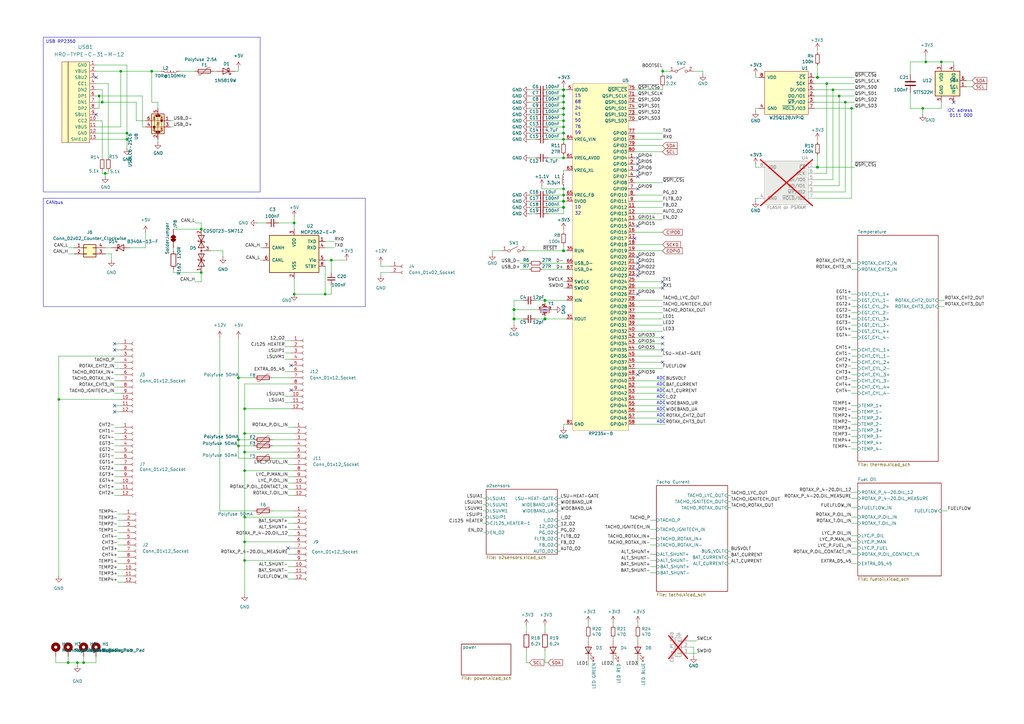
<source format=kicad_sch>
(kicad_sch
	(version 20250114)
	(generator "eeschema")
	(generator_version "9.0")
	(uuid "019f2816-6bfb-4531-95b3-45f73cf5fc4b")
	(paper "A3")
	(title_block
		(title "westfly_ems")
		(date "2025-03-12")
		(rev "0.01")
		(company "Westfly")
	)
	
	(text "I2C adress\n 0111 000"
		(exclude_from_sim no)
		(at 393.7 46.482 0)
		(effects
			(font
				(size 1.27 1.27)
			)
		)
		(uuid "0d4331b0-2215-4cb7-a05f-a8735a201122")
	)
	(text "ADC"
		(exclude_from_sim no)
		(at 269.24 166.116 0)
		(effects
			(font
				(size 1.27 1.27)
			)
			(justify left bottom)
		)
		(uuid "1300c50a-2d28-4239-b2de-e0c940f046c2")
	)
	(text "76\n"
		(exclude_from_sim no)
		(at 235.712 52.07 0)
		(effects
			(font
				(size 1.27 1.27)
			)
			(justify left)
		)
		(uuid "1bdf4ad1-6dfe-4bc9-ab81-c95190edd021")
	)
	(text "12MHz"
		(exclude_from_sim no)
		(at 224.79 127.635 0)
		(effects
			(font
				(size 0.508 0.508)
			)
			(justify right bottom)
		)
		(uuid "2a3bf998-87aa-42c6-9ad1-8af2edef1578")
	)
	(text "ADC"
		(exclude_from_sim no)
		(at 269.24 168.656 0)
		(effects
			(font
				(size 1.27 1.27)
			)
			(justify left bottom)
		)
		(uuid "371c443a-0be3-47ae-86a9-39e2faecff57")
	)
	(text "ADC"
		(exclude_from_sim no)
		(at 269.24 173.736 0)
		(effects
			(font
				(size 1.27 1.27)
			)
			(justify left bottom)
		)
		(uuid "37341bdf-8ced-4805-8a71-799042187467")
	)
	(text "ADC"
		(exclude_from_sim no)
		(at 269.24 158.496 0)
		(effects
			(font
				(size 1.27 1.27)
			)
			(justify left bottom)
		)
		(uuid "3971bafe-80f7-4091-ac24-544f57bab9ae")
	)
	(text "ADC"
		(exclude_from_sim no)
		(at 269.24 171.196 0)
		(effects
			(font
				(size 1.27 1.27)
			)
			(justify left bottom)
		)
		(uuid "49313fee-9adf-4c6e-a6e0-623d0094b5e6")
	)
	(text "41"
		(exclude_from_sim no)
		(at 235.712 46.99 0)
		(effects
			(font
				(size 1.27 1.27)
			)
			(justify left)
		)
		(uuid "4ea5dd3e-08d8-4122-bacd-98b43e916d8f")
	)
	(text "ADC"
		(exclude_from_sim no)
		(at 269.24 163.576 0)
		(effects
			(font
				(size 1.27 1.27)
			)
			(justify left bottom)
		)
		(uuid "53070af3-2646-41cd-b64c-54f454f8a5a1")
	)
	(text "59\n"
		(exclude_from_sim no)
		(at 235.712 54.61 0)
		(effects
			(font
				(size 1.27 1.27)
			)
			(justify left)
		)
		(uuid "8689f844-23eb-4bd9-a98b-22610e354b92")
	)
	(text "1 Fuelflow 20mA, 5v FT-60,\n1 Manifold pressure tranducer 10mA, 5v \n1 Oil pressure tranducer 10mA, 5v\n1 Fuel pressure tranducer 10mA, 5v\n1 Tacho P connected 0mA\n1 Tacho Rotax 0mA\n1 Tacho Rotax/Ignitech 0mA\n4 EGT 0mA, Thermo K\n4 CHT 0mA, Thermo K \n4 Temp 0mA, Oil temp, Thermo K \n1 O2 sensor, 12v LSU4.9 max 3A\n1 Rotax Oil pressure resistiv 10-184 ohm 60mA\n1 Rotax Oil pressure 4-20mA, 20mA 12v, Honeywell\n1 Alt shunt 0mA\n1 Bat shunt 0mA\n2 Rotax CHT, resistiv 23-140ohm\n1 Rotax OIL temp, resistiv 23-140ohm\n1 extra 0.5-4.5v input, 10mA 5v\n1 Bat volt\n1 Rotax oil pressure switch\n\nEither honeywell PX3 serie or Kavlico P255\nhttps://prod-edam.honeywell.com/content/dam/honeywell-edam/sps/siot/en-us/products/sensors/pressure-sensors/industrial-pressure-sensors/px3-series/documents/sps-siot-heavy-duty-pressure-px3-series-datasheet-32313757-ciid-159273.pdf?download=false\nhttps://eu.mouser.com/datasheet/2/657/sensata_p255_stainless_steel_pressure_transducer_d-1769810.pdf"
		(exclude_from_sim no)
		(at 432.562 257.048 0)
		(effects
			(font
				(size 1.27 1.27)
			)
			(justify left)
		)
		(uuid "a6393f3b-cb6b-421d-a772-73953bd032de")
	)
	(text "50"
		(exclude_from_sim no)
		(at 235.712 49.53 0)
		(effects
			(font
				(size 1.27 1.27)
			)
			(justify left)
		)
		(uuid "b4741bfd-cb0d-499f-ba3e-40f2c1828007")
	)
	(text "24"
		(exclude_from_sim no)
		(at 235.712 44.45 0)
		(effects
			(font
				(size 1.27 1.27)
			)
			(justify left)
		)
		(uuid "cbd1452b-7f19-4ec0-add1-6201d703f3cb")
	)
	(text "ADC"
		(exclude_from_sim no)
		(at 269.24 155.956 0)
		(effects
			(font
				(size 1.27 1.27)
			)
			(justify left bottom)
		)
		(uuid "ce496d1b-d943-4e38-840c-5840db131211")
	)
	(text "32"
		(exclude_from_sim no)
		(at 235.712 87.63 0)
		(effects
			(font
				(size 1.27 1.27)
			)
			(justify left)
		)
		(uuid "d08a8625-7505-46b9-8ab8-b9b49afa5508")
	)
	(text "68"
		(exclude_from_sim no)
		(at 235.712 41.91 0)
		(effects
			(font
				(size 1.27 1.27)
			)
			(justify left)
		)
		(uuid "dcbc471e-26fa-4d86-9013-32e4893fc1a0")
	)
	(text "10\n"
		(exclude_from_sim no)
		(at 235.712 85.09 0)
		(effects
			(font
				(size 1.27 1.27)
			)
			(justify left)
		)
		(uuid "dda8b1e8-7036-4608-974c-d1c8f0eaa6d0")
	)
	(text "15"
		(exclude_from_sim no)
		(at 235.712 39.37 0)
		(effects
			(font
				(size 1.27 1.27)
			)
			(justify left)
		)
		(uuid "f649661e-a9b2-4742-9982-ef6ff17f720c")
	)
	(text "ADC"
		(exclude_from_sim no)
		(at 269.24 161.036 0)
		(effects
			(font
				(size 1.27 1.27)
			)
			(justify left bottom)
		)
		(uuid "f84b3a7b-fe59-497c-9904-c3dc51fb6ce6")
	)
	(text_box "USB RP2350"
		(exclude_from_sim no)
		(at 17.78 15.24 0)
		(size 88.9 63.5)
		(margins 0.9525 0.9525 0.9525 0.9525)
		(stroke
			(width 0)
			(type solid)
		)
		(fill
			(type none)
		)
		(effects
			(font
				(size 1.27 1.27)
			)
			(justify left top)
		)
		(uuid "15dc5fe6-ff01-4526-bf4f-34e7b84efc0d")
	)
	(text_box "CANbus"
		(exclude_from_sim no)
		(at 17.78 81.28 0)
		(size 132.08 44.45)
		(margins 0.9525 0.9525 0.9525 0.9525)
		(stroke
			(width 0)
			(type solid)
		)
		(fill
			(type none)
		)
		(effects
			(font
				(size 1.27 1.27)
			)
			(justify left top)
		)
		(uuid "212b97f6-ab8f-4fa6-b461-b63ac77a8ef5")
	)
	(junction
		(at 231.14 39.37)
		(diameter 1.016)
		(color 0 0 0 0)
		(uuid "033a523e-3fa8-43b5-a67d-4a65c239c080")
	)
	(junction
		(at 120.65 120.65)
		(diameter 0)
		(color 0 0 0 0)
		(uuid "042facf1-e796-4bb8-aab4-0422476008ef")
	)
	(junction
		(at 82.55 93.98)
		(diameter 0)
		(color 0 0 0 0)
		(uuid "07a6eb28-ed21-4ce2-94b8-d4f802bb205a")
	)
	(junction
		(at 40.64 39.37)
		(diameter 0)
		(color 0 0 0 0)
		(uuid "0f136f89-fffb-484c-91d1-c57255108fd3")
	)
	(junction
		(at 135.89 106.68)
		(diameter 0)
		(color 0 0 0 0)
		(uuid "0fdff17c-da70-4c5f-9634-7ef91e74c049")
	)
	(junction
		(at 349.25 44.45)
		(diameter 0)
		(color 0 0 0 0)
		(uuid "10f24ce3-dd40-4efc-b7e1-2d07dd9237b6")
	)
	(junction
		(at 100.33 193.04)
		(diameter 0)
		(color 0 0 0 0)
		(uuid "155ba357-73aa-4535-9ac4-0982afbfd674")
	)
	(junction
		(at 231.14 54.61)
		(diameter 0)
		(color 0 0 0 0)
		(uuid "19bc6251-5ba5-40d9-95f7-86dd8e618a1e")
	)
	(junction
		(at 97.79 180.34)
		(diameter 0)
		(color 0 0 0 0)
		(uuid "1b4c936a-670c-4cca-9c41-7fd83529a7a9")
	)
	(junction
		(at 231.14 85.09)
		(diameter 1.016)
		(color 0 0 0 0)
		(uuid "1d7e5e5b-7549-4bd1-ac44-fd990c86b603")
	)
	(junction
		(at 100.33 177.8)
		(diameter 0)
		(color 0 0 0 0)
		(uuid "1dc5bfd2-9fec-48bf-8789-b26c9d71fa0c")
	)
	(junction
		(at 52.07 57.15)
		(diameter 0)
		(color 0 0 0 0)
		(uuid "1e2e5d81-7dbe-4f00-a7ed-8e74a411f233")
	)
	(junction
		(at 341.63 36.83)
		(diameter 0)
		(color 0 0 0 0)
		(uuid "1ec28ba1-2517-4564-aa63-7a8ae6a9545f")
	)
	(junction
		(at 231.14 52.07)
		(diameter 0)
		(color 0 0 0 0)
		(uuid "262d8790-07ab-4729-a1f7-b5046213d333")
	)
	(junction
		(at 41.91 41.91)
		(diameter 0)
		(color 0 0 0 0)
		(uuid "27d2bbf8-06e7-4678-99c8-2b69a7917780")
	)
	(junction
		(at 223.52 130.81)
		(diameter 1.016)
		(color 0 0 0 0)
		(uuid "2811d053-dff9-42cb-9d8d-f43d3b557aeb")
	)
	(junction
		(at 100.33 185.42)
		(diameter 0)
		(color 0 0 0 0)
		(uuid "2c7241d0-6db8-47c3-8941-d7529ed38ae1")
	)
	(junction
		(at 231.14 36.83)
		(diameter 1.016)
		(color 0 0 0 0)
		(uuid "2e4d3ffb-cd69-4dac-958f-45a0409d4e26")
	)
	(junction
		(at 231.14 44.45)
		(diameter 1.016)
		(color 0 0 0 0)
		(uuid "2f4c5682-ac41-4d88-9b9a-3df31aaf4559")
	)
	(junction
		(at 133.35 120.65)
		(diameter 0)
		(color 0 0 0 0)
		(uuid "3b2b4e93-1659-4fd1-840e-265508163103")
	)
	(junction
		(at 31.75 271.78)
		(diameter 0)
		(color 0 0 0 0)
		(uuid "3d397162-2895-48f2-bcd9-6f1eada423b2")
	)
	(junction
		(at 97.79 182.88)
		(diameter 0)
		(color 0 0 0 0)
		(uuid "40de9b1d-9e2e-45f5-bbe5-8d444c67c085")
	)
	(junction
		(at 82.55 111.76)
		(diameter 0)
		(color 0 0 0 0)
		(uuid "458b4019-8bd7-4e91-99e9-e44b0dd2e80f")
	)
	(junction
		(at 335.28 31.75)
		(diameter 1.016)
		(color 0 0 0 0)
		(uuid "49b25c39-0f23-4775-9e14-dccb0a9b5eab")
	)
	(junction
		(at 210.82 127)
		(diameter 1.016)
		(color 0 0 0 0)
		(uuid "57a681a3-bb22-46f3-85d1-d4bc389a1dfa")
	)
	(junction
		(at 231.14 41.91)
		(diameter 0)
		(color 0 0 0 0)
		(uuid "653fdf36-cd82-4379-8910-c35266420a23")
	)
	(junction
		(at 24.13 163.83)
		(diameter 0)
		(color 0 0 0 0)
		(uuid "66333b1e-22c0-4408-90a9-b5b0c4a3846f")
	)
	(junction
		(at 100.33 212.09)
		(diameter 0)
		(color 0 0 0 0)
		(uuid "72fee389-50d7-4e86-9526-b3ed06a7a5db")
	)
	(junction
		(at 346.71 41.91)
		(diameter 0)
		(color 0 0 0 0)
		(uuid "73d2ba2e-6a89-4e9c-9a62-54bf38e38cd5")
	)
	(junction
		(at 97.79 154.94)
		(diameter 0)
		(color 0 0 0 0)
		(uuid "75657408-d0ef-4441-b8c0-2d615792f180")
	)
	(junction
		(at 231.14 82.55)
		(diameter 1.016)
		(color 0 0 0 0)
		(uuid "85cb6cd9-24a9-4eb0-935d-9f6587b229c1")
	)
	(junction
		(at 339.09 34.29)
		(diameter 0)
		(color 0 0 0 0)
		(uuid "865bf4d2-a20f-4b3b-bcf3-1d8de54d8004")
	)
	(junction
		(at 335.28 68.58)
		(diameter 1.016)
		(color 0 0 0 0)
		(uuid "867be7d8-a435-4c4b-ad17-91e7b83ab94f")
	)
	(junction
		(at 231.14 49.53)
		(diameter 0)
		(color 0 0 0 0)
		(uuid "89e3dbac-abe2-4d3b-a835-8a07c82cde8f")
	)
	(junction
		(at 231.14 80.01)
		(diameter 0)
		(color 0 0 0 0)
		(uuid "8b18d4d3-13db-4252-a8b7-01f7319f2c5c")
	)
	(junction
		(at 231.14 77.47)
		(diameter 0)
		(color 0 0 0 0)
		(uuid "8d571384-44e1-489e-ad8c-f7c8df23ec5b")
	)
	(junction
		(at 223.52 123.19)
		(diameter 1.016)
		(color 0 0 0 0)
		(uuid "9091d655-ad51-4d0d-a280-23778708f354")
	)
	(junction
		(at 231.14 64.77)
		(diameter 0)
		(color 0 0 0 0)
		(uuid "94eebac5-d218-49e1-91dc-179e58f4461c")
	)
	(junction
		(at 210.82 130.81)
		(diameter 1.016)
		(color 0 0 0 0)
		(uuid "96973782-9562-4bea-bef5-dfcd942240b3")
	)
	(junction
		(at 231.14 102.87)
		(diameter 1.016)
		(color 0 0 0 0)
		(uuid "9e6da366-6ca4-4df1-b31d-46505f0f4aef")
	)
	(junction
		(at 100.33 167.64)
		(diameter 0)
		(color 0 0 0 0)
		(uuid "a7c4284d-bd02-44ca-988e-8dba3e50cf7a")
	)
	(junction
		(at 231.14 57.15)
		(diameter 0)
		(color 0 0 0 0)
		(uuid "b23aa6b1-0de8-42aa-9e15-3f5813ad2d0b")
	)
	(junction
		(at 43.18 71.12)
		(diameter 0)
		(color 0 0 0 0)
		(uuid "b27fec95-5244-421b-aa1c-96624e170d86")
	)
	(junction
		(at 100.33 222.25)
		(diameter 0)
		(color 0 0 0 0)
		(uuid "b2d2a14f-0c67-44dc-9960-0533e40bc384")
	)
	(junction
		(at 34.29 271.78)
		(diameter 0)
		(color 0 0 0 0)
		(uuid "b351ed03-08b0-4bbe-8d1b-d963986c1c1c")
	)
	(junction
		(at 271.78 29.21)
		(diameter 0)
		(color 0 0 0 0)
		(uuid "b5fb6257-506b-4a9c-bae2-50040281c4b7")
	)
	(junction
		(at 386.08 25.4)
		(diameter 0)
		(color 0 0 0 0)
		(uuid "b8a34c1c-538c-4aeb-a1cf-9250be2b5f3a")
	)
	(junction
		(at 379.73 25.4)
		(diameter 0)
		(color 0 0 0 0)
		(uuid "b8badaaa-88d3-4f55-848e-c136ad012e87")
	)
	(junction
		(at 100.33 229.87)
		(diameter 0)
		(color 0 0 0 0)
		(uuid "b8f7c0c7-8dde-4ebe-9394-e736c2e2cde5")
	)
	(junction
		(at 378.46 44.45)
		(diameter 0)
		(color 0 0 0 0)
		(uuid "d4e15ca3-2e25-41af-8195-0cb21093bb22")
	)
	(junction
		(at 231.14 46.99)
		(diameter 0)
		(color 0 0 0 0)
		(uuid "e605cd86-4b2b-4bf7-b5be-da7557715c7b")
	)
	(junction
		(at 344.17 39.37)
		(diameter 0)
		(color 0 0 0 0)
		(uuid "e7b17a25-b232-4613-8dee-8869045fdc31")
	)
	(junction
		(at 62.23 29.21)
		(diameter 0)
		(color 0 0 0 0)
		(uuid "e7d0a8a2-4012-4819-91bc-0a588d777190")
	)
	(junction
		(at 120.65 91.44)
		(diameter 0)
		(color 0 0 0 0)
		(uuid "e8d8462d-8ac9-4d2c-ac9b-ce34a1d6d5cb")
	)
	(junction
		(at 49.53 29.21)
		(diameter 0)
		(color 0 0 0 0)
		(uuid "f2e70c10-7723-4f1c-8073-c4faa2fb4600")
	)
	(junction
		(at 27.94 271.78)
		(diameter 0)
		(color 0 0 0 0)
		(uuid "f680219f-804e-411e-b2f3-1651a33d1027")
	)
	(junction
		(at 52.07 54.61)
		(diameter 0)
		(color 0 0 0 0)
		(uuid "fc333cc4-3878-47fd-98c8-98c8bfabbec2")
	)
	(no_connect
		(at 261.62 72.39)
		(uuid "03023ffc-a517-47ee-8c0f-468e3a3772c7")
	)
	(no_connect
		(at 260.35 97.79)
		(uuid "08c378e2-1eee-401b-87f7-b80eddf20224")
	)
	(no_connect
		(at 261.62 113.03)
		(uuid "21ff829d-5f6e-4c64-ba01-111de5158ea2")
	)
	(no_connect
		(at 46.99 143.51)
		(uuid "29b3b723-46c9-49ab-962a-5057a3b34b86")
	)
	(no_connect
		(at 119.38 149.86)
		(uuid "2ec2cdfc-336a-4d34-bcc9-12e11eda3e35")
	)
	(no_connect
		(at 261.62 64.77)
		(uuid "43e38f5a-53dc-4ebc-9bb8-013181e244f0")
	)
	(no_connect
		(at 46.99 140.97)
		(uuid "487e1915-5235-49b8-9f43-5a3e59c5682a")
	)
	(no_connect
		(at 261.62 92.71)
		(uuid "4f0e552a-4127-4db6-89e8-959b3f3cfd16")
	)
	(no_connect
		(at 261.62 120.65)
		(uuid "581888d7-b23e-4881-a771-bd7bdf0a22e8")
	)
	(no_connect
		(at 271.78 143.51)
		(uuid "5e5fe74f-8656-4930-875e-7fff92233dd2")
	)
	(no_connect
		(at 261.62 105.41)
		(uuid "770e8d2a-8403-4d36-891a-9649177c8fac")
	)
	(no_connect
		(at 261.62 77.47)
		(uuid "8914b3bf-ac10-4669-8089-5d9aa9ce46ac")
	)
	(no_connect
		(at 271.78 148.59)
		(uuid "91505287-2f31-4098-ac57-866645f65159")
	)
	(no_connect
		(at 271.78 138.43)
		(uuid "91f6176c-cf4e-46e1-a66a-3b918eabdb0a")
	)
	(no_connect
		(at 261.62 153.67)
		(uuid "945a11b4-7aa6-4ebe-9d19-68f4b4f459b9")
	)
	(no_connect
		(at 118.11 224.79)
		(uuid "94daf33a-fc89-4702-82b7-623cf65217fe")
	)
	(no_connect
		(at 391.16 41.91)
		(uuid "9704e535-60ba-4ea6-9540-66dc51d35cc0")
	)
	(no_connect
		(at 261.62 107.95)
		(uuid "b201c625-b959-4862-8623-0a3ff7264ac6")
	)
	(no_connect
		(at 271.78 118.11)
		(uuid "bb386d9c-a2cb-4554-8e65-cdc212964e9b")
	)
	(no_connect
		(at 46.99 166.37)
		(uuid "c4cd8f72-9e02-4016-a784-2646f1055b6f")
	)
	(no_connect
		(at 39.37 31.75)
		(uuid "c79dc878-9223-4f5d-a318-e320848a1718")
	)
	(no_connect
		(at 271.78 140.97)
		(uuid "d7e36cf0-aa42-488b-a5ac-c3c8c48a7c2f")
	)
	(no_connect
		(at 39.37 46.99)
		(uuid "dcb56931-4ed0-491a-ba1c-323dfc62ba85")
	)
	(no_connect
		(at 261.62 69.85)
		(uuid "de1e1997-949d-43da-b223-97f28af6d10a")
	)
	(no_connect
		(at 119.38 160.02)
		(uuid "de7c9811-1175-43e0-b42f-a5449c8fbb45")
	)
	(no_connect
		(at 46.99 168.91)
		(uuid "e3248e00-b6a3-418e-9d5b-47db2a3aad95")
	)
	(no_connect
		(at 271.78 115.57)
		(uuid "fa2ff51b-5734-443d-ae43-a1b6622bd78d")
	)
	(no_connect
		(at 261.62 110.49)
		(uuid "fb8741db-f7dc-4cda-a1b7-aa43e69a22c0")
	)
	(no_connect
		(at 261.62 67.31)
		(uuid "fd3b5150-8e42-4dee-a5e7-77b81ea452e7")
	)
	(wire
		(pts
			(xy 46.99 161.29) (xy 49.53 161.29)
		)
		(stroke
			(width 0)
			(type default)
		)
		(uuid "00358b51-7ae0-4a23-ad71-e582a2c0596d")
	)
	(wire
		(pts
			(xy 298.45 203.2) (xy 299.72 203.2)
		)
		(stroke
			(width 0)
			(type default)
		)
		(uuid "00d70cff-db2e-4665-961e-45d27b356579")
	)
	(wire
		(pts
			(xy 46.99 148.59) (xy 49.53 148.59)
		)
		(stroke
			(width 0)
			(type default)
		)
		(uuid "00f2d8a9-1353-4716-851c-b9eea25a3f2c")
	)
	(wire
		(pts
			(xy 334.01 76.2) (xy 344.17 76.2)
		)
		(stroke
			(width 0)
			(type solid)
		)
		(uuid "011766d1-5397-4b52-bc98-3b826e4c5d67")
	)
	(wire
		(pts
			(xy 396.24 33.02) (xy 398.78 33.02)
		)
		(stroke
			(width 0)
			(type default)
		)
		(uuid "0196bfe0-a7a3-4c4e-94fd-225343b2e9f0")
	)
	(wire
		(pts
			(xy 228.6 204.47) (xy 229.87 204.47)
		)
		(stroke
			(width 0)
			(type default)
		)
		(uuid "01cf9318-a566-4bc8-bad4-ea3f7103768e")
	)
	(wire
		(pts
			(xy 260.35 69.85) (xy 261.62 69.85)
		)
		(stroke
			(width 0)
			(type default)
		)
		(uuid "020fc10a-6ba1-48d1-b34b-a84c9c8580ed")
	)
	(wire
		(pts
			(xy 106.68 106.68) (xy 107.95 106.68)
		)
		(stroke
			(width 0)
			(type default)
		)
		(uuid "022bf0b2-548f-4378-a324-da47e14daf0e")
	)
	(wire
		(pts
			(xy 58.42 52.07) (xy 59.69 52.07)
		)
		(stroke
			(width 0)
			(type default)
		)
		(uuid "052d54d2-e2eb-4d40-9512-ab14ec46e3ae")
	)
	(wire
		(pts
			(xy 335.28 20.32) (xy 335.28 21.59)
		)
		(stroke
			(width 0)
			(type solid)
		)
		(uuid "05928df1-e6de-4906-bcba-bcd527c4c5f0")
	)
	(wire
		(pts
			(xy 339.09 34.29) (xy 339.09 71.12)
		)
		(stroke
			(width 0)
			(type solid)
		)
		(uuid "05a037e2-c471-4766-a963-a1ccdf555ad9")
	)
	(wire
		(pts
			(xy 217.17 87.63) (xy 219.71 87.63)
		)
		(stroke
			(width 0)
			(type solid)
		)
		(uuid "0611ad96-7686-43bf-bab4-3472ccfbf09d")
	)
	(wire
		(pts
			(xy 231.14 118.11) (xy 232.41 118.11)
		)
		(stroke
			(width 0)
			(type default)
		)
		(uuid "06255cbe-aaf7-43d4-8cb8-a0aa14adecd0")
	)
	(wire
		(pts
			(xy 90.17 138.43) (xy 90.17 209.55)
		)
		(stroke
			(width 0)
			(type default)
		)
		(uuid "064c81a7-f4af-4082-9c6b-f8534d50939d")
	)
	(wire
		(pts
			(xy 116.84 147.32) (xy 119.38 147.32)
		)
		(stroke
			(width 0)
			(type default)
		)
		(uuid "072429c3-13e5-4cfc-8aad-620347910b4e")
	)
	(wire
		(pts
			(xy 118.11 203.2) (xy 120.65 203.2)
		)
		(stroke
			(width 0)
			(type default)
		)
		(uuid "07ece4ea-4679-43f5-866c-79ad87e46b8c")
	)
	(wire
		(pts
			(xy 105.41 91.44) (xy 109.22 91.44)
		)
		(stroke
			(width 0)
			(type default)
		)
		(uuid "087264f8-7e7c-40a9-855f-54c8519f1adc")
	)
	(wire
		(pts
			(xy 309.88 68.58) (xy 309.88 67.31)
		)
		(stroke
			(width 0)
			(type solid)
		)
		(uuid "096a5941-3d26-411f-9e41-ba7313615447")
	)
	(wire
		(pts
			(xy 62.23 41.91) (xy 62.23 29.21)
		)
		(stroke
			(width 0)
			(type default)
		)
		(uuid "099dcf6a-03bf-400b-b94e-2cd94dd99455")
	)
	(wire
		(pts
			(xy 334.01 36.83) (xy 341.63 36.83)
		)
		(stroke
			(width 0)
			(type solid)
		)
		(uuid "09ee3d99-1b72-4b93-a7c7-ed06d0b241bc")
	)
	(wire
		(pts
			(xy 41.91 69.85) (xy 41.91 71.12)
		)
		(stroke
			(width 0)
			(type default)
		)
		(uuid "0b19ec1f-210a-4885-a50b-d14a443701ec")
	)
	(wire
		(pts
			(xy 198.12 212.09) (xy 199.39 212.09)
		)
		(stroke
			(width 0)
			(type default)
		)
		(uuid "0b3c1c59-924b-4445-b844-5ace96668476")
	)
	(wire
		(pts
			(xy 231.14 36.83) (xy 232.41 36.83)
		)
		(stroke
			(width 0)
			(type solid)
		)
		(uuid "0b72288b-1f6c-4b2c-8bc7-0aefe68b1e3c")
	)
	(wire
		(pts
			(xy 349.25 208.28) (xy 351.79 208.28)
		)
		(stroke
			(width 0)
			(type default)
		)
		(uuid "0be39dc3-6bb8-4617-8d1c-137ac8ab38e0")
	)
	(wire
		(pts
			(xy 114.3 91.44) (xy 120.65 91.44)
		)
		(stroke
			(width 0)
			(type default)
		)
		(uuid "0c59b997-63a2-4326-a434-63f3625685f7")
	)
	(wire
		(pts
			(xy 39.37 49.53) (xy 41.91 49.53)
		)
		(stroke
			(width 0)
			(type default)
		)
		(uuid "0c7afe86-9d3d-421a-b350-0f1d940a22c7")
	)
	(wire
		(pts
			(xy 49.53 29.21) (xy 62.23 29.21)
		)
		(stroke
			(width 0)
			(type default)
		)
		(uuid "0e239d0b-c824-4af0-8ade-a95c3c8e5221")
	)
	(wire
		(pts
			(xy 231.14 41.91) (xy 231.14 44.45)
		)
		(stroke
			(width 0)
			(type solid)
		)
		(uuid "0e8b8baa-6be1-408d-ad04-36c3a7c333fe")
	)
	(wire
		(pts
			(xy 210.82 130.81) (xy 210.82 133.35)
		)
		(stroke
			(width 0)
			(type solid)
		)
		(uuid "0e9176e5-e739-4c12-b568-9e8727f7c62f")
	)
	(wire
		(pts
			(xy 64.77 44.45) (xy 64.77 41.91)
		)
		(stroke
			(width 0)
			(type default)
		)
		(uuid "0ed27d27-54c5-4ee0-8f90-774b9409369e")
	)
	(wire
		(pts
			(xy 217.17 44.45) (xy 219.71 44.45)
		)
		(stroke
			(width 0)
			(type solid)
		)
		(uuid "0edb9c92-fbee-4e54-be1b-e5e091eeb792")
	)
	(wire
		(pts
			(xy 48.26 233.68) (xy 50.8 233.68)
		)
		(stroke
			(width 0)
			(type default)
		)
		(uuid "0ef582fd-2f5d-4be5-8809-dbe1dad9d640")
	)
	(wire
		(pts
			(xy 27.94 104.14) (xy 30.48 104.14)
		)
		(stroke
			(width 0)
			(type default)
		)
		(uuid "0efcd9df-f086-4ca1-9fe7-51d963c141d1")
	)
	(wire
		(pts
			(xy 260.35 90.17) (xy 271.78 90.17)
		)
		(stroke
			(width 0)
			(type default)
		)
		(uuid "0f546d10-8781-450d-a13e-63df62c04132")
	)
	(wire
		(pts
			(xy 198.12 209.55) (xy 199.39 209.55)
		)
		(stroke
			(width 0)
			(type default)
		)
		(uuid "0f690fee-8c80-4c92-94b4-3d4dca3c4335")
	)
	(wire
		(pts
			(xy 215.9 256.54) (xy 215.9 259.08)
		)
		(stroke
			(width 0)
			(type default)
		)
		(uuid "1015a6ba-0757-40f1-bee6-7cc3ebe91fe9")
	)
	(wire
		(pts
			(xy 223.52 266.7) (xy 223.52 271.78)
		)
		(stroke
			(width 0)
			(type default)
		)
		(uuid "114b45cd-2998-46be-a385-e07ca1e8134b")
	)
	(wire
		(pts
			(xy 224.79 46.99) (xy 231.14 46.99)
		)
		(stroke
			(width 0)
			(type solid)
		)
		(uuid "117cf84e-b330-42d7-96ed-711698f14c01")
	)
	(wire
		(pts
			(xy 46.99 153.67) (xy 49.53 153.67)
		)
		(stroke
			(width 0)
			(type default)
		)
		(uuid "11b5bf80-cdaa-4922-9e4b-d88fe10ecc38")
	)
	(wire
		(pts
			(xy 116.84 142.24) (xy 119.38 142.24)
		)
		(stroke
			(width 0)
			(type default)
		)
		(uuid "11e1a31e-1afb-411b-9584-6c9b14832c84")
	)
	(wire
		(pts
			(xy 335.28 31.75) (xy 335.28 26.67)
		)
		(stroke
			(width 0)
			(type solid)
		)
		(uuid "11f7a906-7375-4c65-9fbd-e5d12af51e35")
	)
	(wire
		(pts
			(xy 260.35 36.83) (xy 271.78 36.83)
		)
		(stroke
			(width 0)
			(type solid)
		)
		(uuid "11fc7fa2-e7b0-4585-84f5-ecd1506f4422")
	)
	(wire
		(pts
			(xy 298.45 231.14) (xy 299.72 231.14)
		)
		(stroke
			(width 0)
			(type default)
		)
		(uuid "12b02df3-f8e1-4909-816d-334be208012d")
	)
	(wire
		(pts
			(xy 260.35 148.59) (xy 271.78 148.59)
		)
		(stroke
			(width 0)
			(type default)
		)
		(uuid "12e0e6d9-f6c8-4247-91d0-cbd6daaa37b1")
	)
	(wire
		(pts
			(xy 231.14 76.2) (xy 231.14 77.47)
		)
		(stroke
			(width 0)
			(type default)
		)
		(uuid "1373b689-2b15-45c2-bd3f-41709818e56a")
	)
	(wire
		(pts
			(xy 156.21 107.95) (xy 156.21 109.22)
		)
		(stroke
			(width 0)
			(type default)
		)
		(uuid "13d22fbc-d263-4bc9-9dde-21e4f8d887a3")
	)
	(wire
		(pts
			(xy 231.14 57.15) (xy 231.14 58.42)
		)
		(stroke
			(width 0)
			(type default)
		)
		(uuid "13e3b94a-71dc-4cf6-8623-05e8d893e3d4")
	)
	(wire
		(pts
			(xy 334.01 34.29) (xy 339.09 34.29)
		)
		(stroke
			(width 0)
			(type solid)
		)
		(uuid "140add01-4ea4-4f82-8c13-fdee0a7b754a")
	)
	(wire
		(pts
			(xy 100.33 177.8) (xy 100.33 185.42)
		)
		(stroke
			(width 0)
			(type default)
		)
		(uuid "14570cca-455d-4cfd-b285-631112287ffa")
	)
	(wire
		(pts
			(xy 217.17 82.55) (xy 219.71 82.55)
		)
		(stroke
			(width 0)
			(type solid)
		)
		(uuid "159edba0-3811-4276-b26d-87ee1e61488e")
	)
	(wire
		(pts
			(xy 266.7 229.87) (xy 269.24 229.87)
		)
		(stroke
			(width 0)
			(type default)
		)
		(uuid "15f4a68f-ff38-4a3e-ac6b-8cf412a5a056")
	)
	(wire
		(pts
			(xy 309.88 81.28) (xy 309.88 82.55)
		)
		(stroke
			(width 0)
			(type solid)
		)
		(uuid "1688c812-bb39-4a98-8275-18bcdc1d9394")
	)
	(wire
		(pts
			(xy 58.42 39.37) (xy 58.42 52.07)
		)
		(stroke
			(width 0)
			(type default)
		)
		(uuid "1696f202-8730-40a9-abc0-1a4f0cce5e56")
	)
	(wire
		(pts
			(xy 349.25 110.49) (xy 351.79 110.49)
		)
		(stroke
			(width 0)
			(type default)
		)
		(uuid "16b6e4d8-d02b-40b0-ace0-d10010a154d2")
	)
	(wire
		(pts
			(xy 349.25 171.45) (xy 351.79 171.45)
		)
		(stroke
			(width 0)
			(type default)
		)
		(uuid "16c8df6b-dd40-419a-a54a-8c1f5af9bcda")
	)
	(wire
		(pts
			(xy 118.11 214.63) (xy 120.65 214.63)
		)
		(stroke
			(width 0)
			(type default)
		)
		(uuid "18dd695e-7c01-4fa9-9708-792cbb90ce0b")
	)
	(wire
		(pts
			(xy 260.35 87.63) (xy 271.78 87.63)
		)
		(stroke
			(width 0)
			(type default)
		)
		(uuid "1914b911-c1a9-4db3-ad9f-998a551d60cb")
	)
	(wire
		(pts
			(xy 260.35 151.13) (xy 271.78 151.13)
		)
		(stroke
			(width 0)
			(type default)
		)
		(uuid "1a55acbd-54cf-45b8-9257-315dc536b3e2")
	)
	(wire
		(pts
			(xy 116.84 165.1) (xy 119.38 165.1)
		)
		(stroke
			(width 0)
			(type default)
		)
		(uuid "1a7dcf2d-223f-4f2e-8eb5-f816580703c4")
	)
	(wire
		(pts
			(xy 55.88 49.53) (xy 59.69 49.53)
		)
		(stroke
			(width 0)
			(type default)
		)
		(uuid "1d7b3768-b0c7-40f3-aa01-5aa7546cb858")
	)
	(wire
		(pts
			(xy 27.94 271.78) (xy 31.75 271.78)
		)
		(stroke
			(width 0)
			(type default)
		)
		(uuid "1eb0ecdc-e15c-43d6-9a6a-f35dd313daba")
	)
	(wire
		(pts
			(xy 228.6 209.55) (xy 229.87 209.55)
		)
		(stroke
			(width 0)
			(type default)
		)
		(uuid "1f63d07c-1066-4628-b635-e5b6f4d0ff42")
	)
	(wire
		(pts
			(xy 231.14 173.99) (xy 231.14 175.26)
		)
		(stroke
			(width 0)
			(type default)
		)
		(uuid "20504351-a62f-4435-896f-c3586c43d86d")
	)
	(wire
		(pts
			(xy 201.93 104.14) (xy 201.93 102.87)
		)
		(stroke
			(width 0)
			(type solid)
		)
		(uuid "2078a3c0-14e7-4ff0-bd9b-43c078a73ad1")
	)
	(wire
		(pts
			(xy 384.81 123.19) (xy 387.35 123.19)
		)
		(stroke
			(width 0)
			(type default)
		)
		(uuid "216e9040-d98c-47c5-a290-25caadbefe3e")
	)
	(wire
		(pts
			(xy 228.6 213.36) (xy 229.87 213.36)
		)
		(stroke
			(width 0)
			(type default)
		)
		(uuid "224206ee-b0e3-461e-8b4c-ca30326193b6")
	)
	(wire
		(pts
			(xy 46.99 166.37) (xy 49.53 166.37)
		)
		(stroke
			(width 0)
			(type default)
		)
		(uuid "22a27482-0e95-43a2-87dc-937dbd9a927a")
	)
	(wire
		(pts
			(xy 260.35 135.89) (xy 271.78 135.89)
		)
		(stroke
			(width 0)
			(type default)
		)
		(uuid "230861a0-2601-4976-8b13-ce9f84765fc7")
	)
	(wire
		(pts
			(xy 334.01 68.58) (xy 335.28 68.58)
		)
		(stroke
			(width 0)
			(type solid)
		)
		(uuid "239faec4-f65a-4aa9-baf3-97e664875050")
	)
	(wire
		(pts
			(xy 210.82 127) (xy 210.82 130.81)
		)
		(stroke
			(width 0)
			(type solid)
		)
		(uuid "261619ac-3da3-4ce8-8a80-c4835b36762d")
	)
	(wire
		(pts
			(xy 217.17 52.07) (xy 219.71 52.07)
		)
		(stroke
			(width 0)
			(type solid)
		)
		(uuid "2690811a-1a4b-4dd7-bcad-58d0dbfb74b3")
	)
	(wire
		(pts
			(xy 39.37 54.61) (xy 52.07 54.61)
		)
		(stroke
			(width 0)
			(type default)
		)
		(uuid "26c5c733-0357-4b58-9393-a14d05b5780f")
	)
	(wire
		(pts
			(xy 231.14 39.37) (xy 231.14 41.91)
		)
		(stroke
			(width 0)
			(type solid)
		)
		(uuid "27a40c9a-fce2-4b99-9523-36ba5208b57b")
	)
	(wire
		(pts
			(xy 100.33 167.64) (xy 100.33 157.48)
		)
		(stroke
			(width 0)
			(type default)
		)
		(uuid "282b22d5-f1dd-4c34-8a07-ee44048f3e9d")
	)
	(wire
		(pts
			(xy 46.99 175.26) (xy 49.53 175.26)
		)
		(stroke
			(width 0)
			(type default)
		)
		(uuid "285c9f19-5259-4906-a021-a9ee1382d628")
	)
	(wire
		(pts
			(xy 46.99 193.04) (xy 49.53 193.04)
		)
		(stroke
			(width 0)
			(type default)
		)
		(uuid "28ddc753-8218-419c-b81a-5112fa9d226a")
	)
	(wire
		(pts
			(xy 350.52 68.58) (xy 335.28 68.58)
		)
		(stroke
			(width 0)
			(type solid)
		)
		(uuid "29110771-8cbd-40c7-af0f-ba87b87e92de")
	)
	(wire
		(pts
			(xy 349.25 138.43) (xy 351.79 138.43)
		)
		(stroke
			(width 0)
			(type default)
		)
		(uuid "2be1dc49-106f-4ff5-a207-e9aa5ec1e59e")
	)
	(wire
		(pts
			(xy 133.35 109.22) (xy 133.35 120.65)
		)
		(stroke
			(width 0)
			(type default)
		)
		(uuid "2c106dcf-80b4-40a9-a100-322be15fb46a")
	)
	(wire
		(pts
			(xy 231.14 69.85) (xy 231.14 71.12)
		)
		(stroke
			(width 0)
			(type default)
		)
		(uuid "2c295c01-f1e5-4a0d-bf5c-4fa28c0ad922")
	)
	(wire
		(pts
			(xy 260.35 57.15) (xy 271.78 57.15)
		)
		(stroke
			(width 0)
			(type default)
		)
		(uuid "2c6bdd48-125e-40dd-a2dd-1b282fdaa773")
	)
	(wire
		(pts
			(xy 97.79 154.94) (xy 104.14 154.94)
		)
		(stroke
			(width 0)
			(type default)
		)
		(uuid "2f0039b1-6b53-4c08-80bf-4970eb47c0c6")
	)
	(wire
		(pts
			(xy 46.99 190.5) (xy 49.53 190.5)
		)
		(stroke
			(width 0)
			(type default)
		)
		(uuid "2f2e85ae-2021-4430-93e9-ed59d22bc711")
	)
	(wire
		(pts
			(xy 224.79 36.83) (xy 231.14 36.83)
		)
		(stroke
			(width 0)
			(type solid)
		)
		(uuid "30638668-6552-45c9-aeb8-fa721adcf0ba")
	)
	(wire
		(pts
			(xy 260.35 62.23) (xy 271.78 62.23)
		)
		(stroke
			(width 0)
			(type default)
		)
		(uuid "3119fe9c-de5e-4f7f-bef7-49b4ccf600e1")
	)
	(wire
		(pts
			(xy 231.14 93.98) (xy 231.14 95.25)
		)
		(stroke
			(width 0)
			(type solid)
		)
		(uuid "326be1b8-4a75-42a8-9ee6-44437b891f05")
	)
	(wire
		(pts
			(xy 213.36 107.95) (xy 217.17 107.95)
		)
		(stroke
			(width 0)
			(type solid)
		)
		(uuid "32bb5f4e-cabe-4355-ac12-f4e43aad0358")
	)
	(wire
		(pts
			(xy 97.79 182.88) (xy 97.79 187.96)
		)
		(stroke
			(width 0)
			(type default)
		)
		(uuid "3367a145-cf37-4ec4-9979-373aff385b05")
	)
	(wire
		(pts
			(xy 349.25 133.35) (xy 351.79 133.35)
		)
		(stroke
			(width 0)
			(type default)
		)
		(uuid "34041368-04cb-48c6-90c7-af155fcf19fe")
	)
	(wire
		(pts
			(xy 224.79 87.63) (xy 231.14 87.63)
		)
		(stroke
			(width 0)
			(type solid)
		)
		(uuid "349afb0f-d5ab-4f63-81e4-c2ae1e67b84a")
	)
	(wire
		(pts
			(xy 232.41 173.99) (xy 231.14 173.99)
		)
		(stroke
			(width 0)
			(type default)
		)
		(uuid "34f651b1-4465-4a2b-b9a7-15ca1c0159a5")
	)
	(wire
		(pts
			(xy 135.89 116.84) (xy 135.89 120.65)
		)
		(stroke
			(width 0)
			(type default)
		)
		(uuid "351617aa-4e36-4e8a-98e5-97bdc33fd6a4")
	)
	(wire
		(pts
			(xy 59.69 95.25) (xy 59.69 101.6)
		)
		(stroke
			(width 0)
			(type default)
		)
		(uuid "35cc4fd1-1066-4845-b232-2e9b58b96473")
	)
	(wire
		(pts
			(xy 100.33 229.87) (xy 120.65 229.87)
		)
		(stroke
			(width 0)
			(type default)
		)
		(uuid "35db48a2-607f-4aa2-af55-a20763aa60d5")
	)
	(wire
		(pts
			(xy 97.79 138.43) (xy 97.79 154.94)
		)
		(stroke
			(width 0)
			(type default)
		)
		(uuid "35dbd17e-1442-4016-a83c-64bb35ad1a86")
	)
	(wire
		(pts
			(xy 311.15 31.75) (xy 309.88 31.75)
		)
		(stroke
			(width 0)
			(type solid)
		)
		(uuid "368d29bd-f246-4fd0-829b-2c1ac664d05e")
	)
	(wire
		(pts
			(xy 260.35 113.03) (xy 261.62 113.03)
		)
		(stroke
			(width 0)
			(type default)
		)
		(uuid "389340f4-bc13-4057-be1e-6e44aa1715e8")
	)
	(wire
		(pts
			(xy 217.17 46.99) (xy 219.71 46.99)
		)
		(stroke
			(width 0)
			(type solid)
		)
		(uuid "38c1ab3d-0f4f-42dd-9850-c46b9692166a")
	)
	(wire
		(pts
			(xy 39.37 39.37) (xy 40.64 39.37)
		)
		(stroke
			(width 0)
			(type default)
		)
		(uuid "38cad713-6247-44d0-a8a5-cacbf4d6c185")
	)
	(wire
		(pts
			(xy 346.71 41.91) (xy 346.71 78.74)
		)
		(stroke
			(width 0)
			(type solid)
		)
		(uuid "39198ea9-5bb6-43a5-ba60-069ba7d1c545")
	)
	(wire
		(pts
			(xy 260.35 153.67) (xy 261.62 153.67)
		)
		(stroke
			(width 0)
			(type default)
		)
		(uuid "397b26fb-f387-4170-b914-305d77197618")
	)
	(wire
		(pts
			(xy 43.18 71.12) (xy 43.18 72.39)
		)
		(stroke
			(width 0)
			(type default)
		)
		(uuid "3988ef69-7716-4391-9a1e-68b7c5949332")
	)
	(wire
		(pts
			(xy 82.55 93.98) (xy 82.55 91.44)
		)
		(stroke
			(width 0)
			(type default)
		)
		(uuid "39e16205-85d7-4a0f-bc96-dd1da56d709f")
	)
	(wire
		(pts
			(xy 100.33 167.64) (xy 100.33 177.8)
		)
		(stroke
			(width 0)
			(type default)
		)
		(uuid "3ae16356-dcb2-430b-ab09-00486d91b00e")
	)
	(wire
		(pts
			(xy 231.14 102.87) (xy 231.14 100.33)
		)
		(stroke
			(width 0)
			(type solid)
		)
		(uuid "3c597a3c-6edc-4950-a917-3c785643b0d3")
	)
	(wire
		(pts
			(xy 260.35 92.71) (xy 261.62 92.71)
		)
		(stroke
			(width 0)
			(type default)
		)
		(uuid "3de30ee8-9ce1-4032-8594-f3839e8e4f37")
	)
	(wire
		(pts
			(xy 120.65 91.44) (xy 120.65 93.98)
		)
		(stroke
			(width 0)
			(type default)
		)
		(uuid "3e508526-ccc5-4147-8277-c22793577215")
	)
	(wire
		(pts
			(xy 231.14 46.99) (xy 231.14 49.53)
		)
		(stroke
			(width 0)
			(type solid)
		)
		(uuid "3efa29a0-1fd4-46e3-ab10-5d054b419da6")
	)
	(wire
		(pts
			(xy 111.76 209.55) (xy 120.65 209.55)
		)
		(stroke
			(width 0)
			(type default)
		)
		(uuid "3fca2261-4730-403e-917d-79176520525e")
	)
	(wire
		(pts
			(xy 120.65 114.3) (xy 120.65 120.65)
		)
		(stroke
			(width 0)
			(type default)
		)
		(uuid "404bf855-b08e-4503-bcd4-60ed0fdf2c09")
	)
	(wire
		(pts
			(xy 223.52 271.78) (xy 224.79 271.78)
		)
		(stroke
			(width 0)
			(type default)
		)
		(uuid "407e6c32-bdba-4195-ba66-e6db5f078cf3")
	)
	(wire
		(pts
			(xy 116.84 144.78) (xy 119.38 144.78)
		)
		(stroke
			(width 0)
			(type default)
		)
		(uuid "410b01b3-87b0-4e54-9d17-f9c165bb0b1b")
	)
	(wire
		(pts
			(xy 349.25 161.29) (xy 351.79 161.29)
		)
		(stroke
			(width 0)
			(type default)
		)
		(uuid "41997299-7914-4f8c-ba5d-2a9b30b7a230")
	)
	(wire
		(pts
			(xy 224.79 44.45) (xy 231.14 44.45)
		)
		(stroke
			(width 0)
			(type solid)
		)
		(uuid "424ee8d9-08c0-4f43-b832-9c621ad1ce83")
	)
	(wire
		(pts
			(xy 241.3 261.62) (xy 241.3 262.89)
		)
		(stroke
			(width 0)
			(type default)
		)
		(uuid "4275668b-9069-4c3b-881b-bd27929b8c37")
	)
	(wire
		(pts
			(xy 260.35 118.11) (xy 271.78 118.11)
		)
		(stroke
			(width 0)
			(type default)
		)
		(uuid "42d43837-d317-49b7-b5d4-de57ce61b32b")
	)
	(wire
		(pts
			(xy 349.25 156.21) (xy 351.79 156.21)
		)
		(stroke
			(width 0)
			(type default)
		)
		(uuid "43e26ad6-ef19-4e16-bb30-42506fb75eec")
	)
	(wire
		(pts
			(xy 97.79 29.21) (xy 97.79 27.94)
		)
		(stroke
			(width 0)
			(type default)
		)
		(uuid "4400aed2-ced8-4c4f-b5a4-b60653c61761")
	)
	(wire
		(pts
			(xy 298.45 205.74) (xy 299.72 205.74)
		)
		(stroke
			(width 0)
			(type default)
		)
		(uuid "45ad0ab1-71ce-417a-8000-d25e74e97bf6")
	)
	(wire
		(pts
			(xy 349.25 125.73) (xy 351.79 125.73)
		)
		(stroke
			(width 0)
			(type default)
		)
		(uuid "45d3646a-9f3e-417b-8bce-0a7e5fd7aa3f")
	)
	(wire
		(pts
			(xy 373.38 25.4) (xy 373.38 30.48)
		)
		(stroke
			(width 0)
			(type default)
		)
		(uuid "461fa281-5253-4f7e-9c39-6425a0ce18ed")
	)
	(wire
		(pts
			(xy 283.21 262.89) (xy 285.75 262.89)
		)
		(stroke
			(width 0)
			(type default)
		)
		(uuid "4658bce3-9fcd-4ef1-9067-71ae287ad11d")
	)
	(wire
		(pts
			(xy 48.26 226.06) (xy 50.8 226.06)
		)
		(stroke
			(width 0)
			(type default)
		)
		(uuid "47204d4d-2384-41b8-833e-fc7aeec8fc93")
	)
	(wire
		(pts
			(xy 71.12 110.49) (xy 71.12 111.76)
		)
		(stroke
			(width 0)
			(type default)
		)
		(uuid "47a09737-70d5-4d6f-9609-ba2894b3c15b")
	)
	(wire
		(pts
			(xy 349.25 168.91) (xy 351.79 168.91)
		)
		(stroke
			(width 0)
			(type default)
		)
		(uuid "4851ef5e-0f47-42fb-a951-527ab138763c")
	)
	(wire
		(pts
			(xy 260.35 115.57) (xy 271.78 115.57)
		)
		(stroke
			(width 0)
			(type default)
		)
		(uuid "48607dfe-7e7a-4ac0-9f34-d8b57702d32b")
	)
	(wire
		(pts
			(xy 220.98 127) (xy 210.82 127)
		)
		(stroke
			(width 0)
			(type solid)
		)
		(uuid "4aeaf262-5144-4a89-a29c-e314e2199862")
	)
	(wire
		(pts
			(xy 118.11 195.58) (xy 120.65 195.58)
		)
		(stroke
			(width 0)
			(type default)
		)
		(uuid "4be13d82-d9c0-4df9-b650-2fb7f1980d0f")
	)
	(wire
		(pts
			(xy 231.14 36.83) (xy 231.14 39.37)
		)
		(stroke
			(width 0)
			(type solid)
		)
		(uuid "4ca06d62-3342-4bbb-aff4-25cee15ebc1b")
	)
	(wire
		(pts
			(xy 349.25 151.13) (xy 351.79 151.13)
		)
		(stroke
			(width 0)
			(type default)
		)
		(uuid "4ccd7551-17e0-46de-9869-14c037c1d1d4")
	)
	(wire
		(pts
			(xy 266.7 232.41) (xy 269.24 232.41)
		)
		(stroke
			(width 0)
			(type default)
		)
		(uuid "4d9df680-ad2b-43b4-96c3-c08c55170121")
	)
	(wire
		(pts
			(xy 210.82 123.19) (xy 210.82 127)
		)
		(stroke
			(width 0)
			(type solid)
		)
		(uuid "4da6493b-4b62-4f9f-aa26-43f8a2378a3a")
	)
	(wire
		(pts
			(xy 386.08 25.4) (xy 379.73 25.4)
		)
		(stroke
			(width 0)
			(type default)
		)
		(uuid "4dd15b5a-af1d-4dae-9d85-14fd9a465a1f")
	)
	(wire
		(pts
			(xy 228.6 226.06) (xy 229.87 226.06)
		)
		(stroke
			(width 0)
			(type default)
		)
		(uuid "4e711dc9-94c0-4019-975d-9eb5ff7dc9c2")
	)
	(wire
		(pts
			(xy 260.35 133.35) (xy 271.78 133.35)
		)
		(stroke
			(width 0)
			(type default)
		)
		(uuid "4ece6e6b-5b68-4e21-a423-9b122745da1f")
	)
	(wire
		(pts
			(xy 378.46 44.45) (xy 378.46 46.99)
		)
		(stroke
			(width 0)
			(type default)
		)
		(uuid "4f6cc33b-f151-4178-be44-5d1988ac53ec")
	)
	(wire
		(pts
			(xy 39.37 44.45) (xy 40.64 44.45)
		)
		(stroke
			(width 0)
			(type default)
		)
		(uuid "4fac175e-673e-41e2-96da-d59ce9a061fd")
	)
	(wire
		(pts
			(xy 116.84 162.56) (xy 119.38 162.56)
		)
		(stroke
			(width 0)
			(type default)
		)
		(uuid "5018accf-3dbd-4235-ae8e-01c69bce6af6")
	)
	(wire
		(pts
			(xy 222.25 110.49) (xy 232.41 110.49)
		)
		(stroke
			(width 0)
			(type solid)
		)
		(uuid "508cae81-1eb6-4006-b90a-441602323da5")
	)
	(wire
		(pts
			(xy 111.76 154.94) (xy 119.38 154.94)
		)
		(stroke
			(width 0)
			(type default)
		)
		(uuid "50ccec60-76f2-48d0-a93d-dff9105d3ddd")
	)
	(wire
		(pts
			(xy 260.35 82.55) (xy 271.78 82.55)
		)
		(stroke
			(width 0)
			(type default)
		)
		(uuid "514360a2-4ee6-4b1f-a132-26b94e38e4a1")
	)
	(wire
		(pts
			(xy 198.12 214.63) (xy 199.39 214.63)
		)
		(stroke
			(width 0)
			(type default)
		)
		(uuid "514d6dfb-bfb7-4c01-a67b-3806d58cbf69")
	)
	(wire
		(pts
			(xy 24.13 146.05) (xy 24.13 163.83)
		)
		(stroke
			(width 0)
			(type default)
		)
		(uuid "51c6e65b-5629-4c50-aa6e-4c80dc1278a2")
	)
	(wire
		(pts
			(xy 46.99 168.91) (xy 49.53 168.91)
		)
		(stroke
			(width 0)
			(type default)
		)
		(uuid "51f0e96b-ec74-4ee5-8c52-20a32591fc0b")
	)
	(wire
		(pts
			(xy 349.25 176.53) (xy 351.79 176.53)
		)
		(stroke
			(width 0)
			(type default)
		)
		(uuid "52f2b25f-71d7-40e5-898e-f1cdce206e42")
	)
	(wire
		(pts
			(xy 334.01 44.45) (xy 349.25 44.45)
		)
		(stroke
			(width 0)
			(type solid)
		)
		(uuid "53538e82-3a7f-43c8-aa07-8299f11cfa29")
	)
	(wire
		(pts
			(xy 349.25 224.79) (xy 351.79 224.79)
		)
		(stroke
			(width 0)
			(type default)
		)
		(uuid "537b3f16-8a39-472b-b460-ae953e575df2")
	)
	(wire
		(pts
			(xy 118.11 217.17) (xy 120.65 217.17)
		)
		(stroke
			(width 0)
			(type default)
		)
		(uuid "54db4976-8179-4dc5-ab2f-4ad938cc02ae")
	)
	(wire
		(pts
			(xy 64.77 41.91) (xy 62.23 41.91)
		)
		(stroke
			(width 0)
			(type default)
		)
		(uuid "5599f46b-7552-439c-a193-19a95060cfe5")
	)
	(wire
		(pts
			(xy 31.75 271.78) (xy 34.29 271.78)
		)
		(stroke
			(width 0)
			(type default)
		)
		(uuid "57332ac3-f6c9-496d-918a-85e716299784")
	)
	(wire
		(pts
			(xy 97.79 180.34) (xy 97.79 182.88)
		)
		(stroke
			(width 0)
			(type default)
		)
		(uuid "57d7138d-b3ef-4be5-a531-9d0397711d51")
	)
	(wire
		(pts
			(xy 260.35 107.95) (xy 261.62 107.95)
		)
		(stroke
			(width 0)
			(type default)
		)
		(uuid "5849301e-9519-4820-b8d9-ab4eff066440")
	)
	(wire
		(pts
			(xy 266.7 213.36) (xy 269.24 213.36)
		)
		(stroke
			(width 0)
			(type default)
		)
		(uuid "58a1def6-dcf5-4c00-afdd-e9e740cc7f05")
	)
	(wire
		(pts
			(xy 46.99 187.96) (xy 49.53 187.96)
		)
		(stroke
			(width 0)
			(type default)
		)
		(uuid "58c82bdc-8eb9-4c31-81b3-48392130960f")
	)
	(wire
		(pts
			(xy 271.78 29.21) (xy 271.78 30.48)
		)
		(stroke
			(width 0)
			(type solid)
		)
		(uuid "594448c1-7df3-4bbd-b167-b9b0427d2984")
	)
	(wire
		(pts
			(xy 118.11 232.41) (xy 120.65 232.41)
		)
		(stroke
			(width 0)
			(type default)
		)
		(uuid "5945d62b-7388-4350-b7f7-32585f257416")
	)
	(wire
		(pts
			(xy 349.25 204.47) (xy 351.79 204.47)
		)
		(stroke
			(width 0)
			(type default)
		)
		(uuid "598cdac8-df91-4018-a962-076b9a8dea00")
	)
	(wire
		(pts
			(xy 48.26 213.36) (xy 50.8 213.36)
		)
		(stroke
			(width 0)
			(type default)
		)
		(uuid "5a37b035-e4f9-472e-884c-5d500a25150b")
	)
	(wire
		(pts
			(xy 97.79 182.88) (xy 104.14 182.88)
		)
		(stroke
			(width 0)
			(type default)
		)
		(uuid "5a57a609-e00f-452c-9e30-55c83e917a69")
	)
	(wire
		(pts
			(xy 223.52 129.54) (xy 223.52 130.81)
		)
		(stroke
			(width 0)
			(type solid)
		)
		(uuid "5aad3dae-6ce7-4bd7-836a-5a3b00406b24")
	)
	(wire
		(pts
			(xy 309.88 31.75) (xy 309.88 30.48)
		)
		(stroke
			(width 0)
			(type solid)
		)
		(uuid "5ab04e1d-df96-4ea0-bfc6-3d36bf4d85e5")
	)
	(wire
		(pts
			(xy 251.46 270.51) (xy 251.46 273.05)
		)
		(stroke
			(width 0)
			(type default)
		)
		(uuid "5b38b190-c5e6-41cf-9217-9af39f66d495")
	)
	(wire
		(pts
			(xy 260.35 95.25) (xy 271.78 95.25)
		)
		(stroke
			(width 0)
			(type default)
		)
		(uuid "5c177468-bfb0-4ce6-8a14-1c8ef0534c9c")
	)
	(wire
		(pts
			(xy 260.35 158.75) (xy 273.05 158.75)
		)
		(stroke
			(width 0)
			(type default)
		)
		(uuid "5cbfbc01-0169-42d4-b87e-a3170c425c9a")
	)
	(wire
		(pts
			(xy 341.63 36.83) (xy 341.63 73.66)
		)
		(stroke
			(width 0)
			(type solid)
		)
		(uuid "5cd925f4-164c-44ba-9831-691c64edb561")
	)
	(wire
		(pts
			(xy 260.35 64.77) (xy 261.62 64.77)
		)
		(stroke
			(width 0)
			(type default)
		)
		(uuid "5d629df2-1874-4ef1-9655-5280fb12c0cd")
	)
	(wire
		(pts
			(xy 111.76 187.96) (xy 120.65 187.96)
		)
		(stroke
			(width 0)
			(type default)
		)
		(uuid "5d9db09e-95a7-4b33-80da-6ad17cbf1d11")
	)
	(wire
		(pts
			(xy 215.9 102.87) (xy 231.14 102.87)
		)
		(stroke
			(width 0)
			(type solid)
		)
		(uuid "5dc6e4ba-773c-4c5f-b89f-7eeead704fbc")
	)
	(wire
		(pts
			(xy 219.71 130.81) (xy 223.52 130.81)
		)
		(stroke
			(width 0)
			(type solid)
		)
		(uuid "5df4d265-551f-4698-9fdf-c6da8979a677")
	)
	(wire
		(pts
			(xy 224.79 82.55) (xy 231.14 82.55)
		)
		(stroke
			(width 0)
			(type solid)
		)
		(uuid "5eef9912-1d8a-408a-b0c8-67fcb15ef977")
	)
	(wire
		(pts
			(xy 231.14 80.01) (xy 231.14 82.55)
		)
		(stroke
			(width 0)
			(type default)
		)
		(uuid "5f227ac4-a00f-4aab-a5a1-01b34ac9195a")
	)
	(wire
		(pts
			(xy 260.35 173.99) (xy 273.05 173.99)
		)
		(stroke
			(width 0)
			(type default)
		)
		(uuid "5f7aa460-423f-4ee1-a431-fcc5e871fb1e")
	)
	(wire
		(pts
			(xy 260.35 143.51) (xy 271.78 143.51)
		)
		(stroke
			(width 0)
			(type default)
		)
		(uuid "5f847a20-9993-49e9-8620-e1fc76feb6c8")
	)
	(wire
		(pts
			(xy 49.53 29.21) (xy 49.53 52.07)
		)
		(stroke
			(width 0)
			(type default)
		)
		(uuid "602f9196-db82-4eac-b38e-6ff2fc2e30eb")
	)
	(wire
		(pts
			(xy 40.64 39.37) (xy 58.42 39.37)
		)
		(stroke
			(width 0)
			(type default)
		)
		(uuid "6052ad9f-7e66-46f3-9532-396681d2d75a")
	)
	(wire
		(pts
			(xy 100.33 193.04) (xy 120.65 193.04)
		)
		(stroke
			(width 0)
			(type default)
		)
		(uuid "6080057c-39f9-42a5-ab21-bd6fd8bfcd80")
	)
	(wire
		(pts
			(xy 71.12 93.98) (xy 82.55 93.98)
		)
		(stroke
			(width 0)
			(type default)
		)
		(uuid "60b13ba5-cb24-45e7-90b2-6941ff6511a7")
	)
	(wire
		(pts
			(xy 260.35 59.69) (xy 271.78 59.69)
		)
		(stroke
			(width 0)
			(type default)
		)
		(uuid "617e7c8c-a137-4d79-a8aa-f6f229769416")
	)
	(wire
		(pts
			(xy 223.52 123.19) (xy 232.41 123.19)
		)
		(stroke
			(width 0)
			(type solid)
		)
		(uuid "63f86bbb-5df4-4c65-bc8f-622dad7d6d59")
	)
	(wire
		(pts
			(xy 349.25 231.14) (xy 351.79 231.14)
		)
		(stroke
			(width 0)
			(type default)
		)
		(uuid "641d0a1c-3225-4663-a245-92fc4e1d6d31")
	)
	(wire
		(pts
			(xy 217.17 41.91) (xy 219.71 41.91)
		)
		(stroke
			(width 0)
			(type solid)
		)
		(uuid "64604c73-67ab-47a2-b27e-257412817f6b")
	)
	(wire
		(pts
			(xy 41.91 41.91) (xy 55.88 41.91)
		)
		(stroke
			(width 0)
			(type default)
		)
		(uuid "6527d4cc-b2ec-4544-965d-fdf5fb9c27c0")
	)
	(wire
		(pts
			(xy 213.36 110.49) (xy 217.17 110.49)
		)
		(stroke
			(width 0)
			(type solid)
		)
		(uuid "6558c987-9fd4-4d73-90bf-2931bba9edb4")
	)
	(wire
		(pts
			(xy 46.99 185.42) (xy 49.53 185.42)
		)
		(stroke
			(width 0)
			(type default)
		)
		(uuid "6583d359-43ef-4e12-9a07-31547bc07c20")
	)
	(wire
		(pts
			(xy 260.35 171.45) (xy 273.05 171.45)
		)
		(stroke
			(width 0)
			(type default)
		)
		(uuid "65b942cb-35a2-4f77-a0cd-f57f64c40740")
	)
	(wire
		(pts
			(xy 46.99 200.66) (xy 49.53 200.66)
		)
		(stroke
			(width 0)
			(type default)
		)
		(uuid "660b32d5-c8c3-48fa-a886-65fc10e89fd4")
	)
	(wire
		(pts
			(xy 156.21 111.76) (xy 160.02 111.76)
		)
		(stroke
			(width 0)
			(type default)
		)
		(uuid "66335755-df65-4631-9d69-7a0280db88bb")
	)
	(wire
		(pts
			(xy 100.33 212.09) (xy 120.65 212.09)
		)
		(stroke
			(width 0)
			(type default)
		)
		(uuid "66a32836-2ddd-4350-a502-51f8e6c67f2a")
	)
	(wire
		(pts
			(xy 311.15 44.45) (xy 309.88 44.45)
		)
		(stroke
			(width 0)
			(type solid)
		)
		(uuid "66d26ced-b5a9-48e4-9581-efe94bc823e6")
	)
	(wire
		(pts
			(xy 266.7 234.95) (xy 269.24 234.95)
		)
		(stroke
			(width 0)
			(type default)
		)
		(uuid "66da0905-90bf-4429-ab5e-4d7e4be6ae2d")
	)
	(wire
		(pts
			(xy 215.9 266.7) (xy 215.9 271.78)
		)
		(stroke
			(width 0)
			(type default)
		)
		(uuid "66ff4173-34c6-4f10-9bd9-b861f835dd2e")
	)
	(wire
		(pts
			(xy 349.25 130.81) (xy 351.79 130.81)
		)
		(stroke
			(width 0)
			(type default)
		)
		(uuid "67051af4-18fc-4ffc-9072-d1b988454575")
	)
	(wire
		(pts
			(xy 80.01 115.57) (xy 82.55 115.57)
		)
		(stroke
			(width 0)
			(type default)
		)
		(uuid "6793c45d-7e10-4bb3-b042-0e34d99f7e38")
	)
	(wire
		(pts
			(xy 266.7 223.52) (xy 269.24 223.52)
		)
		(stroke
			(width 0)
			(type default)
		)
		(uuid "6835b482-6f3a-4087-ab87-e430177a2f1d")
	)
	(wire
		(pts
			(xy 48.26 238.76) (xy 50.8 238.76)
		)
		(stroke
			(width 0)
			(type default)
		)
		(uuid "68ed454b-2711-483f-9a2c-684711756fec")
	)
	(wire
		(pts
			(xy 82.55 91.44) (xy 80.01 91.44)
		)
		(stroke
			(width 0)
			(type default)
		)
		(uuid "69168242-3525-45e6-8ffb-5a279a6721f6")
	)
	(wire
		(pts
			(xy 39.37 52.07) (xy 49.53 52.07)
		)
		(stroke
			(width 0)
			(type default)
		)
		(uuid "6a1572d9-099d-497c-8a9b-4536cc730f19")
	)
	(wire
		(pts
			(xy 133.35 101.6) (xy 137.16 101.6)
		)
		(stroke
			(width 0)
			(type default)
		)
		(uuid "6a70790f-3ef3-493d-a5ae-b2c085b0099d")
	)
	(wire
		(pts
			(xy 52.07 26.67) (xy 52.07 54.61)
		)
		(stroke
			(width 0)
			(type default)
		)
		(uuid "6b54b11a-0e81-45ee-bf2d-1a05f96f1603")
	)
	(wire
		(pts
			(xy 100.33 157.48) (xy 119.38 157.48)
		)
		(stroke
			(width 0)
			(type default)
		)
		(uuid "6b8e6d52-efd7-4b27-b890-1397faf1138d")
	)
	(wire
		(pts
			(xy 231.14 115.57) (xy 232.41 115.57)
		)
		(stroke
			(width 0)
			(type default)
		)
		(uuid "6bb62d0a-e305-406f-b743-7643bcaecc40")
	)
	(wire
		(pts
			(xy 260.35 138.43) (xy 271.78 138.43)
		)
		(stroke
			(width 0)
			(type default)
		)
		(uuid "6c6ed226-ae5f-41b1-b6f0-bc4a8eb26a80")
	)
	(wire
		(pts
			(xy 311.15 81.28) (xy 309.88 81.28)
		)
		(stroke
			(width 0)
			(type solid)
		)
		(uuid "6cdfede0-68d3-4169-8239-e8ef485e9509")
	)
	(wire
		(pts
			(xy 69.85 52.07) (xy 71.12 52.07)
		)
		(stroke
			(width 0)
			(type default)
		)
		(uuid "6d8da27f-df3c-4b44-8d57-3a858f54f33f")
	)
	(wire
		(pts
			(xy 198.12 204.47) (xy 199.39 204.47)
		)
		(stroke
			(width 0)
			(type default)
		)
		(uuid "6e4fbee8-b7c5-4d65-95f5-1fab4e52ab1e")
	)
	(wire
		(pts
			(xy 260.35 120.65) (xy 261.62 120.65)
		)
		(stroke
			(width 0)
			(type default)
		)
		(uuid "6f2c83e3-e893-42c1-959f-b3cdd2fc8578")
	)
	(wire
		(pts
			(xy 86.36 102.87) (xy 91.44 102.87)
		)
		(stroke
			(width 0)
			(type default)
		)
		(uuid "6fa52c1c-e2e5-4b85-b112-ab4fbaedc885")
	)
	(wire
		(pts
			(xy 135.89 106.68) (xy 135.89 111.76)
		)
		(stroke
			(width 0)
			(type default)
		)
		(uuid "70146f9d-622e-4c8f-b87e-31a7337a5bfa")
	)
	(wire
		(pts
			(xy 386.08 26.67) (xy 386.08 25.4)
		)
		(stroke
			(width 0)
			(type default)
		)
		(uuid "705727d3-661a-4d3d-9c40-10fb5cbb94ed")
	)
	(wire
		(pts
			(xy 349.25 166.37) (xy 351.79 166.37)
		)
		(stroke
			(width 0)
			(type default)
		)
		(uuid "71714e02-6665-455d-8dc7-31b235507d6c")
	)
	(wire
		(pts
			(xy 97.79 187.96) (xy 104.14 187.96)
		)
		(stroke
			(width 0)
			(type default)
		)
		(uuid "71e33750-681d-4612-ab88-a0420f065d0c")
	)
	(wire
		(pts
			(xy 261.62 255.27) (xy 261.62 256.54)
		)
		(stroke
			(width 0)
			(type default)
		)
		(uuid "7228b292-4b9e-4abd-98be-f0e134d14c56")
	)
	(wire
		(pts
			(xy 266.7 227.33) (xy 269.24 227.33)
		)
		(stroke
			(width 0)
			(type default)
		)
		(uuid "72c6755b-9d3c-476c-9560-fb3a4b9e696b")
	)
	(wire
		(pts
			(xy 62.23 29.21) (xy 66.04 29.21)
		)
		(stroke
			(width 0)
			(type default)
		)
		(uuid "74df28ea-ca81-4d14-b156-a71344292623")
	)
	(wire
		(pts
			(xy 349.25 143.51) (xy 351.79 143.51)
		)
		(stroke
			(width 0)
			(type default)
		)
		(uuid "7504aaf5-3570-47a1-a8c0-42c1b094a4b5")
	)
	(wire
		(pts
			(xy 111.76 180.34) (xy 120.65 180.34)
		)
		(stroke
			(width 0)
			(type default)
		)
		(uuid "767f5c6a-5812-42eb-8103-910ae7f03d7c")
	)
	(wire
		(pts
			(xy 210.82 130.81) (xy 214.63 130.81)
		)
		(stroke
			(width 0)
			(type solid)
		)
		(uuid "76f08483-8c45-4c22-8372-a9f110698b2b")
	)
	(wire
		(pts
			(xy 118.11 175.26) (xy 120.65 175.26)
		)
		(stroke
			(width 0)
			(type default)
		)
		(uuid "7725f65e-c396-4caf-a820-35d4c33516f3")
	)
	(wire
		(pts
			(xy 260.35 168.91) (xy 273.05 168.91)
		)
		(stroke
			(width 0)
			(type default)
		)
		(uuid "7821bd58-0b96-4bee-ba71-29c9de6f4b25")
	)
	(wire
		(pts
			(xy 334.01 81.28) (xy 349.25 81.28)
		)
		(stroke
			(width 0)
			(type solid)
		)
		(uuid "7899c90a-ac24-4934-a62e-f078806be516")
	)
	(wire
		(pts
			(xy 224.79 64.77) (xy 231.14 64.77)
		)
		(stroke
			(width 0)
			(type solid)
		)
		(uuid "78aa81b7-bec6-45a4-a3b7-75ca3bf5207b")
	)
	(wire
		(pts
			(xy 22.86 271.78) (xy 27.94 271.78)
		)
		(stroke
			(width 0)
			(type default)
		)
		(uuid "7a041512-d0b5-4d59-ab47-fd0523bfc33c")
	)
	(wire
		(pts
			(xy 120.65 120.65) (xy 133.35 120.65)
		)
		(stroke
			(width 0)
			(type default)
		)
		(uuid "7d50fbbb-bee3-46de-bc8b-471e14280207")
	)
	(wire
		(pts
			(xy 271.78 36.83) (xy 271.78 35.56)
		)
		(stroke
			(width 0)
			(type solid)
		)
		(uuid "7da398c2-9e2f-468e-839e-1809e23ef167")
	)
	(wire
		(pts
			(xy 100.33 193.04) (xy 100.33 212.09)
		)
		(stroke
			(width 0)
			(type default)
		)
		(uuid "80429b6d-ee90-46f1-8fc7-9501a5100b39")
	)
	(wire
		(pts
			(xy 271.78 27.94) (xy 271.78 29.21)
		)
		(stroke
			(width 0)
			(type solid)
		)
		(uuid "81d66301-08c1-4ac9-bd8d-5f212d72dd59")
	)
	(wire
		(pts
			(xy 22.86 269.24) (xy 22.86 271.78)
		)
		(stroke
			(width 0)
			(type default)
		)
		(uuid "82355d45-44da-432b-9d07-05dfe8f2ad66")
	)
	(wire
		(pts
			(xy 260.35 163.83) (xy 273.05 163.83)
		)
		(stroke
			(width 0)
			(type default)
		)
		(uuid "826164e2-d93b-43e6-bc23-60136f407d06")
	)
	(wire
		(pts
			(xy 34.29 271.78) (xy 34.29 269.24)
		)
		(stroke
			(width 0)
			(type default)
		)
		(uuid "83192e7b-3160-45fd-96a1-fe7c4000b26e")
	)
	(wire
		(pts
			(xy 260.35 77.47) (xy 261.62 77.47)
		)
		(stroke
			(width 0)
			(type default)
		)
		(uuid "8346db86-f828-45f8-833b-552cbcb038cd")
	)
	(wire
		(pts
			(xy 231.14 35.56) (xy 231.14 36.83)
		)
		(stroke
			(width 0)
			(type solid)
		)
		(uuid "836fbd89-5575-4dbc-967d-e79d618ffd5a")
	)
	(wire
		(pts
			(xy 349.25 107.95) (xy 351.79 107.95)
		)
		(stroke
			(width 0)
			(type default)
		)
		(uuid "84023ac7-6331-4c3b-bca7-5b6b1c390adb")
	)
	(wire
		(pts
			(xy 231.14 80.01) (xy 232.41 80.01)
		)
		(stroke
			(width 0)
			(type default)
		)
		(uuid "843cdc9b-863d-4269-9a1b-a65015ad0c9e")
	)
	(wire
		(pts
			(xy 133.35 106.68) (xy 135.89 106.68)
		)
		(stroke
			(width 0)
			(type default)
		)
		(uuid "84be55dd-9a8a-4670-b814-ab3e1bf5854a")
	)
	(wire
		(pts
			(xy 271.78 29.21) (xy 274.32 29.21)
		)
		(stroke
			(width 0)
			(type default)
		)
		(uuid "85e30b04-3cf5-4b0d-98f4-49a5d13eb653")
	)
	(wire
		(pts
			(xy 217.17 39.37) (xy 219.71 39.37)
		)
		(stroke
			(width 0)
			(type solid)
		)
		(uuid "8631afa9-dea6-44c9-86ec-d0970b0916bf")
	)
	(wire
		(pts
			(xy 201.93 102.87) (xy 205.74 102.87)
		)
		(stroke
			(width 0)
			(type solid)
		)
		(uuid "89124020-0f24-4f8a-9761-b1420835dd9f")
	)
	(wire
		(pts
			(xy 334.01 31.75) (xy 335.28 31.75)
		)
		(stroke
			(width 0)
			(type solid)
		)
		(uuid "89dedd28-44cf-44ac-b1c5-c0097a670843")
	)
	(wire
		(pts
			(xy 224.79 54.61) (xy 231.14 54.61)
		)
		(stroke
			(width 0)
			(type default)
		)
		(uuid "8a369dc4-4b4e-45f1-a562-21222c8afa54")
	)
	(wire
		(pts
			(xy 135.89 120.65) (xy 133.35 120.65)
		)
		(stroke
			(width 0)
			(type default)
		)
		(uuid "8a8d2a45-498c-47d3-939a-97e508327028")
	)
	(wire
		(pts
			(xy 31.75 271.78) (xy 31.75 273.05)
		)
		(stroke
			(width 0)
			(type default)
		)
		(uuid "8a9f383f-6b95-4306-bd2a-a5746513ac34")
	)
	(wire
		(pts
			(xy 284.48 265.43) (xy 284.48 269.24)
		)
		(stroke
			(width 0)
			(type default)
		)
		(uuid "8aa61f8c-0301-4fc0-a06f-363f73cc5a47")
	)
	(wire
		(pts
			(xy 100.33 177.8) (xy 120.65 177.8)
		)
		(stroke
			(width 0)
			(type default)
		)
		(uuid "8b03ef7e-78e9-4899-83b8-6746c68662a1")
	)
	(wire
		(pts
			(xy 260.35 110.49) (xy 261.62 110.49)
		)
		(stroke
			(width 0)
			(type default)
		)
		(uuid "8b65f232-2f82-4902-a4e5-acc22ab71dae")
	)
	(wire
		(pts
			(xy 96.52 29.21) (xy 97.79 29.21)
		)
		(stroke
			(width 0)
			(type default)
		)
		(uuid "8bacfe19-239c-4365-a7b9-3a64dfc00f0a")
	)
	(wire
		(pts
			(xy 260.35 46.99) (xy 261.62 46.99)
		)
		(stroke
			(width 0)
			(type default)
		)
		(uuid "8c260a91-0a77-4e1e-b6f7-9f4a187acefa")
	)
	(wire
		(pts
			(xy 261.62 270.51) (xy 261.62 273.05)
		)
		(stroke
			(width 0)
			(type default)
		)
		(uuid "8c41ebc6-3a11-46f9-a352-1b03fa81b017")
	)
	(wire
		(pts
			(xy 40.64 39.37) (xy 40.64 44.45)
		)
		(stroke
			(width 0)
			(type default)
		)
		(uuid "8c879803-fb9f-4644-af2d-8f6c3355f22b")
	)
	(wire
		(pts
			(xy 116.84 139.7) (xy 119.38 139.7)
		)
		(stroke
			(width 0)
			(type default)
		)
		(uuid "8cf168b3-e393-45eb-b592-2bb30277022e")
	)
	(wire
		(pts
			(xy 223.52 123.19) (xy 223.52 124.46)
		)
		(stroke
			(width 0)
			(type solid)
		)
		(uuid "8d177966-bde7-479e-832c-c1cf3a2ed619")
	)
	(wire
		(pts
			(xy 135.89 106.68) (xy 142.24 106.68)
		)
		(stroke
			(width 0)
			(type default)
		)
		(uuid "8e527cd4-2d39-471a-9200-e340671f2309")
	)
	(wire
		(pts
			(xy 260.35 166.37) (xy 273.05 166.37)
		)
		(stroke
			(width 0)
			(type default)
		)
		(uuid "8ebe11d9-6208-422b-8241-d56d09d69c2f")
	)
	(wire
		(pts
			(xy 231.14 82.55) (xy 232.41 82.55)
		)
		(stroke
			(width 0)
			(type solid)
		)
		(uuid "8f0043ba-9013-4226-8fcf-3f00220c39d7")
	)
	(wire
		(pts
			(xy 64.77 57.15) (xy 64.77 58.42)
		)
		(stroke
			(width 0)
			(type default)
		)
		(uuid "900883cf-b6c4-488a-8171-d071c0509bea")
	)
	(wire
		(pts
			(xy 39.37 26.67) (xy 52.07 26.67)
		)
		(stroke
			(width 0)
			(type default)
		)
		(uuid "90858892-d6ae-4e36-99ec-0686f8ed77f3")
	)
	(wire
		(pts
			(xy 156.21 109.22) (xy 160.02 109.22)
		)
		(stroke
			(width 0)
			(type default)
		)
		(uuid "916c9fda-1a49-4a51-84a6-8407277a86f5")
	)
	(wire
		(pts
			(xy 44.45 34.29) (xy 44.45 64.77)
		)
		(stroke
			(width 0)
			(type default)
		)
		(uuid "918ab676-93ea-46da-91f8-a334f3b55b8f")
	)
	(wire
		(pts
			(xy 261.62 261.62) (xy 261.62 262.89)
		)
		(stroke
			(width 0)
			(type default)
		)
		(uuid "926dd2e7-9d65-4c38-9acc-f25348f17fea")
	)
	(wire
		(pts
			(xy 260.35 140.97) (xy 271.78 140.97)
		)
		(stroke
			(width 0)
			(type default)
		)
		(uuid "92b2670d-d27b-4ea0-87df-cfeef406cb37")
	)
	(wire
		(pts
			(xy 260.35 105.41) (xy 261.62 105.41)
		)
		(stroke
			(width 0)
			(type default)
		)
		(uuid "92c37bf8-41be-400a-a1a8-0cb1ec2b39ad")
	)
	(wire
		(pts
			(xy 224.79 49.53) (xy 231.14 49.53)
		)
		(stroke
			(width 0)
			(type solid)
		)
		(uuid "92c7e3d4-8cc0-434b-a470-2d53908efc7f")
	)
	(wire
		(pts
			(xy 373.38 44.45) (xy 378.46 44.45)
		)
		(stroke
			(width 0)
			(type default)
		)
		(uuid "9350ff1f-c018-43d9-a36b-0355a87d837d")
	)
	(wire
		(pts
			(xy 46.99 143.51) (xy 49.53 143.51)
		)
		(stroke
			(width 0)
			(type default)
		)
		(uuid "93a40953-1c33-4e54-ae0e-e1befe1c9fd0")
	)
	(wire
		(pts
			(xy 386.08 41.91) (xy 386.08 44.45)
		)
		(stroke
			(width 0)
			(type default)
		)
		(uuid "9401bb7d-c822-4ebd-a4a5-f0cb7b9f1630")
	)
	(wire
		(pts
			(xy 71.12 101.6) (xy 71.12 102.87)
		)
		(stroke
			(width 0)
			(type default)
		)
		(uuid "94a5b1a4-dd3c-4500-9339-14a80e2f40e1")
	)
	(wire
		(pts
			(xy 27.94 269.24) (xy 27.94 271.78)
		)
		(stroke
			(width 0)
			(type default)
		)
		(uuid "95743b3e-2d1a-497a-94d1-ae53eb8352a4")
	)
	(wire
		(pts
			(xy 224.79 41.91) (xy 231.14 41.91)
		)
		(stroke
			(width 0)
			(type solid)
		)
		(uuid "95ee9461-46ca-4524-a2af-adb4f2770741")
	)
	(wire
		(pts
			(xy 260.35 41.91) (xy 261.62 41.91)
		)
		(stroke
			(width 0)
			(type default)
		)
		(uuid "9703b866-e644-49d2-8575-81a523c8d17f")
	)
	(wire
		(pts
			(xy 231.14 44.45) (xy 231.14 46.99)
		)
		(stroke
			(width 0)
			(type solid)
		)
		(uuid "9711446c-b5b5-47f4-9a0c-ed536ae0c9bb")
	)
	(wire
		(pts
			(xy 228.6 223.52) (xy 229.87 223.52)
		)
		(stroke
			(width 0)
			(type default)
		)
		(uuid "987e74fe-34ea-41e8-80ba-b035d5f19f7d")
	)
	(wire
		(pts
			(xy 27.94 101.6) (xy 30.48 101.6)
		)
		(stroke
			(width 0)
			(type default)
		)
		(uuid "98a9bcb0-9f81-42a3-86e8-a24e83032199")
	)
	(wire
		(pts
			(xy 106.68 101.6) (xy 107.95 101.6)
		)
		(stroke
			(width 0)
			(type default)
		)
		(uuid "98bcee8a-5b94-4b8d-8bf7-169694a23d5c")
	)
	(wire
		(pts
			(xy 48.26 228.6) (xy 50.8 228.6)
		)
		(stroke
			(width 0)
			(type default)
		)
		(uuid "98bdcdb9-dc44-4932-a2aa-7dfb7b4782a7")
	)
	(wire
		(pts
			(xy 334.01 78.74) (xy 346.71 78.74)
		)
		(stroke
			(width 0)
			(type solid)
		)
		(uuid "99c002d7-79cf-44f8-ad83-f7e1c1ed7428")
	)
	(wire
		(pts
			(xy 251.46 255.27) (xy 251.46 256.54)
		)
		(stroke
			(width 0)
			(type default)
		)
		(uuid "99f9d53e-4c91-4992-ab8b-04e964b4aefd")
	)
	(wire
		(pts
			(xy 260.35 156.21) (xy 273.05 156.21)
		)
		(stroke
			(width 0)
			(type default)
		)
		(uuid "9ca4c8c6-a3fb-4068-8de0-1881d49f2d2c")
	)
	(wire
		(pts
			(xy 46.99 151.13) (xy 49.53 151.13)
		)
		(stroke
			(width 0)
			(type default)
		)
		(uuid "9d16e10e-b623-4aac-a6e1-894e74bc9433")
	)
	(wire
		(pts
			(xy 217.17 36.83) (xy 219.71 36.83)
		)
		(stroke
			(width 0)
			(type solid)
		)
		(uuid "9d2eb33c-7ae9-4c39-903f-c4fcb9d6f2f7")
	)
	(wire
		(pts
			(xy 48.26 236.22) (xy 50.8 236.22)
		)
		(stroke
			(width 0)
			(type default)
		)
		(uuid "9eddb89b-43c0-4ad6-aaba-a360d60eaa32")
	)
	(wire
		(pts
			(xy 231.14 87.63) (xy 231.14 85.09)
		)
		(stroke
			(width 0)
			(type solid)
		)
		(uuid "a00640e4-abea-404e-9ce2-7e1e9d77311a")
	)
	(wire
		(pts
			(xy 46.99 180.34) (xy 49.53 180.34)
		)
		(stroke
			(width 0)
			(type default)
		)
		(uuid "a017524f-a37e-4953-ad60-e036e3fd0b81")
	)
	(wire
		(pts
			(xy 341.63 36.83) (xy 350.52 36.83)
		)
		(stroke
			(width 0)
			(type solid)
		)
		(uuid "a1a92ebd-5fa4-4a01-9f64-07e8b554dab3")
	)
	(wire
		(pts
			(xy 224.79 52.07) (xy 231.14 52.07)
		)
		(stroke
			(width 0)
			(type solid)
		)
		(uuid "a25dc5f8-6b99-4992-a347-c0b907bcc858")
	)
	(wire
		(pts
			(xy 334.01 41.91) (xy 346.71 41.91)
		)
		(stroke
			(width 0)
			(type solid)
		)
		(uuid "a509e37e-1258-475e-860a-44ecc0df57ab")
	)
	(wire
		(pts
			(xy 223.52 130.81) (xy 232.41 130.81)
		)
		(stroke
			(width 0)
			(type solid)
		)
		(uuid "a6796365-b154-4d95-8b6e-6a97f981b31f")
	)
	(wire
		(pts
			(xy 217.17 49.53) (xy 219.71 49.53)
		)
		(stroke
			(width 0)
			(type solid)
		)
		(uuid "a86cdb3b-fcc2-4b78-a540-161a6801cf6f")
	)
	(wire
		(pts
			(xy 48.26 215.9) (xy 50.8 215.9)
		)
		(stroke
			(width 0)
			(type default)
		)
		(uuid "a8a86fab-f3e9-4492-913d-5f6958aed027")
	)
	(wire
		(pts
			(xy 349.25 128.27) (xy 351.79 128.27)
		)
		(stroke
			(width 0)
			(type default)
		)
		(uuid "a90d8b78-e0e7-4aa8-8157-33fed3fcd028")
	)
	(wire
		(pts
			(xy 260.35 125.73) (xy 271.78 125.73)
		)
		(stroke
			(width 0)
			(type default)
		)
		(uuid "abf11171-6422-4d8d-91c2-bd9fab6b1a36")
	)
	(wire
		(pts
			(xy 260.35 130.81) (xy 271.78 130.81)
		)
		(stroke
			(width 0)
			(type default)
		)
		(uuid "ac5c1829-1e4d-4fc3-a18d-de883bf98681")
	)
	(wire
		(pts
			(xy 260.35 67.31) (xy 261.62 67.31)
		)
		(stroke
			(width 0)
			(type default)
		)
		(uuid "acbc1462-a80d-41d2-8710-dae2261826d7")
	)
	(wire
		(pts
			(xy 215.9 271.78) (xy 217.17 271.78)
		)
		(stroke
			(width 0)
			(type default)
		)
		(uuid "ad440c27-e1ba-46ed-b593-f7088b9ffb15")
	)
	(wire
		(pts
			(xy 241.3 270.51) (xy 241.3 273.05)
		)
		(stroke
			(width 0)
			(type default)
		)
		(uuid "ad87d9e4-c48f-4e81-9744-2f4c8adb3cb8")
	)
	(wire
		(pts
			(xy 46.99 198.12) (xy 49.53 198.12)
		)
		(stroke
			(width 0)
			(type default)
		)
		(uuid "adab16fb-c678-4b56-b5f0-b1e0d799aa78")
	)
	(wire
		(pts
			(xy 118.11 237.49) (xy 120.65 237.49)
		)
		(stroke
			(width 0)
			(type default)
		)
		(uuid "ae5b0a9e-5792-4934-b71b-8c19303c65fc")
	)
	(wire
		(pts
			(xy 260.35 39.37) (xy 261.62 39.37)
		)
		(stroke
			(width 0)
			(type default)
		)
		(uuid "af041f5f-8266-4bf9-bf5e-d9f731e0d897")
	)
	(wire
		(pts
			(xy 335.28 68.58) (xy 335.28 63.5)
		)
		(stroke
			(width 0)
			(type solid)
		)
		(uuid "af09f2c6-d22f-4886-9bb7-c0d5d17b13e3")
	)
	(wire
		(pts
			(xy 344.17 39.37) (xy 344.17 76.2)
		)
		(stroke
			(width 0)
			(type solid)
		)
		(uuid "af435af6-f2ef-4b1f-af85-4f0762ae9e4f")
	)
	(wire
		(pts
			(xy 231.14 77.47) (xy 222.25 77.47)
		)
		(stroke
			(width 0)
			(type default)
		)
		(uuid "af77e0e6-3adb-40ba-b4cd-abe839708897")
	)
	(wire
		(pts
			(xy 260.35 123.19) (xy 271.78 123.19)
		)
		(stroke
			(width 0)
			(type default)
		)
		(uuid "b028352c-3bec-433d-a4e2-f11a7a83b50b")
	)
	(wire
		(pts
			(xy 48.26 220.98) (xy 50.8 220.98)
		)
		(stroke
			(width 0)
			(type default)
		)
		(uuid "b11f1255-bcb4-4fd0-98a0-7f57719ae9d7")
	)
	(wire
		(pts
			(xy 116.84 152.4) (xy 119.38 152.4)
		)
		(stroke
			(width 0)
			(type default)
		)
		(uuid "b16d1540-933f-465a-a3b8-83027d1bb898")
	)
	(wire
		(pts
			(xy 82.55 115.57) (xy 82.55 111.76)
		)
		(stroke
			(width 0)
			(type default)
		)
		(uuid "b17366c7-a647-4412-b5d3-4d5a3a60c19a")
	)
	(wire
		(pts
			(xy 228.6 218.44) (xy 229.87 218.44)
		)
		(stroke
			(width 0)
			(type default)
		)
		(uuid "b1efa9f1-4976-4f1f-96fe-ca5685884f41")
	)
	(wire
		(pts
			(xy 231.14 49.53) (xy 231.14 52.07)
		)
		(stroke
			(width 0)
			(type solid)
		)
		(uuid "b2199a8e-977e-4fae-9364-8d10da3c692b")
	)
	(wire
		(pts
			(xy 156.21 113.03) (xy 156.21 111.76)
		)
		(stroke
			(width 0)
			(type default)
		)
		(uuid "b25b193f-d31e-49b4-85ca-52cd445c490b")
	)
	(wire
		(pts
			(xy 251.46 261.62) (xy 251.46 262.89)
		)
		(stroke
			(width 0)
			(type default)
		)
		(uuid "b29a5606-8bcb-456e-8e6c-df6d0c6a2312")
	)
	(wire
		(pts
			(xy 217.17 57.15) (xy 219.71 57.15)
		)
		(stroke
			(width 0)
			(type solid)
		)
		(uuid "b3319924-8da5-498d-8e94-3c7b8ee2d09c")
	)
	(wire
		(pts
			(xy 46.99 195.58) (xy 49.53 195.58)
		)
		(stroke
			(width 0)
			(type default)
		)
		(uuid "b338d2a8-b5f2-419f-9bbd-e0ea1d8d6b83")
	)
	(wire
		(pts
			(xy 349.25 148.59) (xy 351.79 148.59)
		)
		(stroke
			(width 0)
			(type default)
		)
		(uuid "b37e7771-eea2-46a9-87be-52376521c1b7")
	)
	(wire
		(pts
			(xy 41.91 49.53) (xy 41.91 64.77)
		)
		(stroke
			(width 0)
			(type default)
		)
		(uuid "b3dee812-8709-44a5-a610-f3ded383377c")
	)
	(wire
		(pts
			(xy 34.29 271.78) (xy 39.37 271.78)
		)
		(stroke
			(width 0)
			(type default)
		)
		(uuid "b3df50f2-aa5f-4198-8d54-73b3dbdce42d")
	)
	(wire
		(pts
			(xy 349.25 222.25) (xy 351.79 222.25)
		)
		(stroke
			(width 0)
			(type default)
		)
		(uuid "b40b6c0c-eccd-4796-abce-96da6064d026")
	)
	(wire
		(pts
			(xy 52.07 54.61) (xy 52.07 57.15)
		)
		(stroke
			(width 0)
			(type default)
		)
		(uuid "b430618d-3496-44ea-8239-d555e49b23e0")
	)
	(wire
		(pts
			(xy 24.13 163.83) (xy 49.53 163.83)
		)
		(stroke
			(width 0)
			(type default)
		)
		(uuid "b4a3fb7f-dcf7-4a06-9081-577e403301c1")
	)
	(wire
		(pts
			(xy 71.12 111.76) (xy 82.55 111.76)
		)
		(stroke
			(width 0)
			(type default)
		)
		(uuid "b4afc1e7-ce39-4904-b704-224c8986ed9b")
	)
	(wire
		(pts
			(xy 349.25 123.19) (xy 351.79 123.19)
		)
		(stroke
			(width 0)
			(type default)
		)
		(uuid "b52d1bab-1993-4198-bee6-5333b21ffa5d")
	)
	(wire
		(pts
			(xy 217.17 85.09) (xy 219.71 85.09)
		)
		(stroke
			(width 0)
			(type solid)
		)
		(uuid "b546a066-02d7-4a1f-908a-c60b1439871f")
	)
	(wire
		(pts
			(xy 260.35 72.39) (xy 261.62 72.39)
		)
		(stroke
			(width 0)
			(type default)
		)
		(uuid "b5ce2366-9bd0-44c8-baf8-e1ab453bb3e7")
	)
	(wire
		(pts
			(xy 59.69 101.6) (xy 53.34 101.6)
		)
		(stroke
			(width 0)
			(type default)
		)
		(uuid "b74d31fd-1777-4811-8dcb-a0e4c5c8aa27")
	)
	(wire
		(pts
			(xy 69.85 49.53) (xy 71.12 49.53)
		)
		(stroke
			(width 0)
			(type default)
		)
		(uuid "b7b65f3f-56aa-4418-83f8-be2847665aca")
	)
	(wire
		(pts
			(xy 97.79 154.94) (xy 97.79 180.34)
		)
		(stroke
			(width 0)
			(type default)
		)
		(uuid "b7ba6fb4-c563-4aad-bb3b-de3ef32ae107")
	)
	(wire
		(pts
			(xy 118.11 198.12) (xy 120.65 198.12)
		)
		(stroke
			(width 0)
			(type default)
		)
		(uuid "b7ebc32c-a6fb-4f57-9a37-f6fd79368883")
	)
	(wire
		(pts
			(xy 349.25 120.65) (xy 351.79 120.65)
		)
		(stroke
			(width 0)
			(type default)
		)
		(uuid "b85d8ec0-8690-43e4-9e01-632ee66e6f29")
	)
	(wire
		(pts
			(xy 46.99 156.21) (xy 49.53 156.21)
		)
		(stroke
			(width 0)
			(type default)
		)
		(uuid "b91cb377-9d64-4eb2-9994-da573f118c64")
	)
	(wire
		(pts
			(xy 210.82 123.19) (xy 214.63 123.19)
		)
		(stroke
			(width 0)
			(type solid)
		)
		(uuid "ba2e7824-c4a2-4220-949e-bc7b58f970c6")
	)
	(wire
		(pts
			(xy 48.26 210.82) (xy 50.8 210.82)
		)
		(stroke
			(width 0)
			(type default)
		)
		(uuid "ba6c7a3a-cd1b-496b-b612-fe9baf3aa31f")
	)
	(wire
		(pts
			(xy 231.14 85.09) (xy 231.14 82.55)
		)
		(stroke
			(width 0)
			(type solid)
		)
		(uuid "bb007bfc-ed1e-4565-870a-091f043354be")
	)
	(wire
		(pts
			(xy 335.28 57.15) (xy 335.28 58.42)
		)
		(stroke
			(width 0)
			(type solid)
		)
		(uuid "bb4fd84c-70b1-4f86-809c-96d15a733134")
	)
	(wire
		(pts
			(xy 100.33 229.87) (xy 100.33 243.84)
		)
		(stroke
			(width 0)
			(type default)
		)
		(uuid "bc18604c-b640-44e2-b41b-07485fb02628")
	)
	(wire
		(pts
			(xy 118.11 227.33) (xy 120.65 227.33)
		)
		(stroke
			(width 0)
			(type default)
		)
		(uuid "bc5b5104-14ab-4de5-9e34-b130fc64757c")
	)
	(wire
		(pts
			(xy 349.25 184.15) (xy 351.79 184.15)
		)
		(stroke
			(width 0)
			(type default)
		)
		(uuid "bcbe6610-3d31-4c42-b595-818f03783dcc")
	)
	(wire
		(pts
			(xy 219.71 123.19) (xy 223.52 123.19)
		)
		(stroke
			(width 0)
			(type solid)
		)
		(uuid "bcfb5148-9040-454e-88ff-9db77a4131b0")
	)
	(wire
		(pts
			(xy 111.76 182.88) (xy 120.65 182.88)
		)
		(stroke
			(width 0)
			(type default)
		)
		(uuid "bdb02d41-dd89-4e8a-abb0-881a66ea0c84")
	)
	(wire
		(pts
			(xy 349.25 181.61) (xy 351.79 181.61)
		)
		(stroke
			(width 0)
			(type default)
		)
		(uuid "be320c26-0cc1-4738-b0d9-4dfedcf50ead")
	)
	(wire
		(pts
			(xy 260.35 74.93) (xy 271.78 74.93)
		)
		(stroke
			(width 0)
			(type default)
		)
		(uuid "be34a303-d8c3-4db6-9893-7dde94634601")
	)
	(wire
		(pts
			(xy 100.33 222.25) (xy 100.33 229.87)
		)
		(stroke
			(width 0)
			(type default)
		)
		(uuid "bebc22e2-8d0c-4abc-a4d1-2f5b28b1bb57")
	)
	(wire
		(pts
			(xy 118.11 219.71) (xy 120.65 219.71)
		)
		(stroke
			(width 0)
			(type default)
		)
		(uuid "bec5fbc4-59fb-49b4-845b-34cd1400fb79")
	)
	(wire
		(pts
			(xy 198.12 207.01) (xy 199.39 207.01)
		)
		(stroke
			(width 0)
			(type default)
		)
		(uuid "bf2fff01-3594-4fef-af42-d5ca1fe37db3")
	)
	(wire
		(pts
			(xy 260.35 128.27) (xy 271.78 128.27)
		)
		(stroke
			(width 0)
			(type default)
		)
		(uuid "bf35cfc2-a923-4bb1-8338-01f7ea16a287")
	)
	(wire
		(pts
			(xy 43.18 101.6) (xy 45.72 101.6)
		)
		(stroke
			(width 0)
			(type default)
		)
		(uuid "c0b7e2c3-dbf9-4b28-b0b6-b48aa0bd7c42")
	)
	(wire
		(pts
			(xy 349.25 227.33) (xy 351.79 227.33)
		)
		(stroke
			(width 0)
			(type default)
		)
		(uuid "c1597d57-69fe-4f8f-a686-75ba401db1a2")
	)
	(wire
		(pts
			(xy 349.25 179.07) (xy 351.79 179.07)
		)
		(stroke
			(width 0)
			(type default)
		)
		(uuid "c17066b5-5d39-4c16-9e92-854d944191e3")
	)
	(wire
		(pts
			(xy 133.35 99.06) (xy 137.16 99.06)
		)
		(stroke
			(width 0)
			(type default)
		)
		(uuid "c20772a4-39c9-4963-a203-e8ba3323869f")
	)
	(wire
		(pts
			(xy 231.14 64.77) (xy 232.41 64.77)
		)
		(stroke
			(width 0)
			(type solid)
		)
		(uuid "c20c1e62-768c-4e66-80cb-3e951fda8b0f")
	)
	(wire
		(pts
			(xy 223.52 256.54) (xy 223.52 259.08)
		)
		(stroke
			(width 0)
			(type default)
		)
		(uuid "c2300713-aeba-4ead-8e3d-8308f17ecd77")
	)
	(wire
		(pts
			(xy 217.17 80.01) (xy 219.71 80.01)
		)
		(stroke
			(width 0)
			(type default)
		)
		(uuid "c2c64976-4f97-464f-a674-9fcf3431101e")
	)
	(wire
		(pts
			(xy 198.12 218.44) (xy 199.39 218.44)
		)
		(stroke
			(width 0)
			(type default)
		)
		(uuid "c3a13d20-122e-4962-8b9d-335c5e7c8a31")
	)
	(wire
		(pts
			(xy 231.14 102.87) (xy 232.41 102.87)
		)
		(stroke
			(width 0)
			(type solid)
		)
		(uuid "c41cc3e8-a45c-4b32-8454-1c7070f604ad")
	)
	(wire
		(pts
			(xy 100.33 185.42) (xy 120.65 185.42)
		)
		(stroke
			(width 0)
			(type default)
		)
		(uuid "c4472bba-ac0a-4878-84f8-6272af13feaa")
	)
	(wire
		(pts
			(xy 100.33 222.25) (xy 120.65 222.25)
		)
		(stroke
			(width 0)
			(type default)
		)
		(uuid "c4a3a5ff-d27f-450f-a028-1247a4a57a65")
	)
	(wire
		(pts
			(xy 379.73 22.86) (xy 379.73 25.4)
		)
		(stroke
			(width 0)
			(type default)
		)
		(uuid "c649cd7b-d127-4f4f-807b-44f7086735f9")
	)
	(wire
		(pts
			(xy 260.35 85.09) (xy 271.78 85.09)
		)
		(stroke
			(width 0)
			(type default)
		)
		(uuid "c672c357-0deb-4a21-b480-88bd1ee286e0")
	)
	(wire
		(pts
			(xy 39.37 271.78) (xy 39.37 269.24)
		)
		(stroke
			(width 0)
			(type default)
		)
		(uuid "c6f908bf-b67f-4d65-b992-a0960b9caf60")
	)
	(wire
		(pts
			(xy 224.79 39.37) (xy 231.14 39.37)
		)
		(stroke
			(width 0)
			(type solid)
		)
		(uuid "c7444964-7633-4895-a50a-57e99cfa3f18")
	)
	(wire
		(pts
			(xy 224.79 80.01) (xy 231.14 80.01)
		)
		(stroke
			(width 0)
			(type default)
		)
		(uuid "c74ffbbb-4c25-4c1c-b3de-02268334dccd")
	)
	(wire
		(pts
			(xy 298.45 208.28) (xy 299.72 208.28)
		)
		(stroke
			(width 0)
			(type default)
		)
		(uuid "c7c618c1-3fc4-4061-a523-7237f155c834")
	)
	(wire
		(pts
			(xy 43.18 104.14) (xy 45.72 104.14)
		)
		(stroke
			(width 0)
			(type default)
		)
		(uuid "c87795b2-d19c-4363-ba9c-e2b8dbdff93c")
	)
	(wire
		(pts
			(xy 231.14 54.61) (xy 231.14 57.15)
		)
		(stroke
			(width 0)
			(type solid)
		)
		(uuid "ca237e94-f8c3-45ee-b0b5-fd2593bac40a")
	)
	(wire
		(pts
			(xy 339.09 34.29) (xy 350.52 34.29)
		)
		(stroke
			(width 0)
			(type solid)
		)
		(uuid "cad78dd8-3e07-4c2a-831a-044d7912a709")
	)
	(wire
		(pts
			(xy 222.25 76.2) (xy 222.25 77.47)
		)
		(stroke
			(width 0)
			(type default)
		)
		(uuid "cb801b93-a5bd-4d73-9096-73b19fd2f080")
	)
	(wire
		(pts
			(xy 334.01 73.66) (xy 341.63 73.66)
		)
		(stroke
			(width 0)
			(type solid)
		)
		(uuid "cd96478b-6833-4822-80a7-30b23b86d74d")
	)
	(wire
		(pts
			(xy 228.6 220.98) (xy 229.87 220.98)
		)
		(stroke
			(width 0)
			(type default)
		)
		(uuid "cdb819b0-0df2-42a5-a0a7-549341578a2d")
	)
	(wire
		(pts
			(xy 266.7 220.98) (xy 269.24 220.98)
		)
		(stroke
			(width 0)
			(type default)
		)
		(uuid "ce51b196-6f5e-4ad8-8b2a-3abab06780fb")
	)
	(wire
		(pts
			(xy 45.72 104.14) (xy 45.72 106.68)
		)
		(stroke
			(width 0)
			(type default)
		)
		(uuid "cf3bebdf-31a6-4dec-96a9-9db84a260f0d")
	)
	(wire
		(pts
			(xy 228.6 207.01) (xy 229.87 207.01)
		)
		(stroke
			(width 0)
			(type default)
		)
		(uuid "cf8a827c-5980-4687-802b-3e83213faf6f")
	)
	(wire
		(pts
			(xy 46.99 158.75) (xy 49.53 158.75)
		)
		(stroke
			(width 0)
			(type default)
		)
		(uuid "cfeb25f6-30a9-4bf9-b179-4b7cfd823e62")
	)
	(wire
		(pts
			(xy 349.25 146.05) (xy 351.79 146.05)
		)
		(stroke
			(width 0)
			(type default)
		)
		(uuid "cff950a4-44d1-4454-89d5-0d37f36eaa41")
	)
	(wire
		(pts
			(xy 100.33 212.09) (xy 100.33 222.25)
		)
		(stroke
			(width 0)
			(type default)
		)
		(uuid "d00209e8-3b59-47d7-910f-4b346555ab64")
	)
	(wire
		(pts
			(xy 100.33 167.64) (xy 119.38 167.64)
		)
		(stroke
			(width 0)
			(type default)
		)
		(uuid "d00e149b-0dc4-4714-9c0d-8603d67f7465")
	)
	(wire
		(pts
			(xy 349.25 135.89) (xy 351.79 135.89)
		)
		(stroke
			(width 0)
			(type default)
		)
		(uuid "d025126b-1331-4f44-9d6d-20eea2cfcb2b")
	)
	(wire
		(pts
			(xy 24.13 163.83) (xy 24.13 236.22)
		)
		(stroke
			(width 0)
			(type default)
		)
		(uuid "d0397da2-660c-454e-a55a-0f05c218ac23")
	)
	(wire
		(pts
			(xy 43.18 71.12) (xy 44.45 71.12)
		)
		(stroke
			(width 0)
			(type default)
		)
		(uuid "d0c4bc65-20a2-4f82-8370-f5a305cbeed6")
	)
	(wire
		(pts
			(xy 260.35 100.33) (xy 271.78 100.33)
		)
		(stroke
			(width 0)
			(type default)
		)
		(uuid "d1ff8e0b-ead8-4717-8e42-d81632a9b490")
	)
	(wire
		(pts
			(xy 386.08 209.55) (xy 388.62 209.55)
		)
		(stroke
			(width 0)
			(type default)
		)
		(uuid "d22b9bc8-be57-4a48-82f1-f2434e13bc9a")
	)
	(wire
		(pts
			(xy 283.21 265.43) (xy 284.48 265.43)
		)
		(stroke
			(width 0)
			(type default)
		)
		(uuid "d2da77d3-98a0-4793-9404-0c60c7b15494")
	)
	(wire
		(pts
			(xy 24.13 146.05) (xy 49.53 146.05)
		)
		(stroke
			(width 0)
			(type default)
		)
		(uuid "d3997b9c-f67a-4f3f-aafb-cb3ac1c1467b")
	)
	(wire
		(pts
			(xy 260.35 146.05) (xy 271.78 146.05)
		)
		(stroke
			(width 0)
			(type default)
		)
		(uuid "d3e17675-22f4-4383-b9e5-d89921debbdc")
	)
	(wire
		(pts
			(xy 349.25 44.45) (xy 349.25 81.28)
		)
		(stroke
			(width 0)
			(type solid)
		)
		(uuid "d3e525db-9730-49f1-99f1-d4a96be371e6")
	)
	(wire
		(pts
			(xy 260.35 44.45) (xy 261.62 44.45)
		)
		(stroke
			(width 0)
			(type default)
		)
		(uuid "d45e3c18-55c0-4057-980c-fe33a6843e0a")
	)
	(wire
		(pts
			(xy 52.07 57.15) (xy 52.07 60.96)
		)
		(stroke
			(width 0)
			(type default)
		)
		(uuid "d45f1697-5eba-43fa-9a2f-a855310d59bb")
	)
	(wire
		(pts
			(xy 48.26 231.14) (xy 50.8 231.14)
		)
		(stroke
			(width 0)
			(type default)
		)
		(uuid "d6403745-bcca-49bc-bdde-6c0de7e2315b")
	)
	(wire
		(pts
			(xy 90.17 209.55) (xy 104.14 209.55)
		)
		(stroke
			(width 0)
			(type default)
		)
		(uuid "d7a76f92-0cd4-4f4f-bf29-ac32b5afed66")
	)
	(wire
		(pts
			(xy 100.33 185.42) (xy 100.33 193.04)
		)
		(stroke
			(width 0)
			(type default)
		)
		(uuid "d8117682-a514-4e13-bff1-b042188d5493")
	)
	(wire
		(pts
			(xy 217.17 64.77) (xy 219.71 64.77)
		)
		(stroke
			(width 0)
			(type solid)
		)
		(uuid "d850660e-907e-4d2b-9f60-121a0a2f5680")
	)
	(wire
		(pts
			(xy 39.37 41.91) (xy 41.91 41.91)
		)
		(stroke
			(width 0)
			(type default)
		)
		(uuid "d87437e0-e2ab-4b0b-9b66-4b02a922311b")
	)
	(wire
		(pts
			(xy 373.38 38.1) (xy 373.38 44.45)
		)
		(stroke
			(width 0)
			(type default)
		)
		(uuid "d88acd3b-1b19-427f-8ab2-e859ffce0226")
	)
	(wire
		(pts
			(xy 241.3 255.27) (xy 241.3 256.54)
		)
		(stroke
			(width 0)
			(type default)
		)
		(uuid "da3ff6f6-2ad5-4e6b-90c8-5b411ca4d88c")
	)
	(wire
		(pts
			(xy 226.06 127) (xy 227.33 127)
		)
		(stroke
			(width 0)
			(type solid)
		)
		(uuid "db3f7084-8e19-498c-baf7-82a2412bccd1")
	)
	(wire
		(pts
			(xy 386.08 44.45) (xy 378.46 44.45)
		)
		(stroke
			(width 0)
			(type default)
		)
		(uuid "db768ae6-1ae5-41d5-ad5d-41b14bafb845")
	)
	(wire
		(pts
			(xy 231.14 57.15) (xy 232.41 57.15)
		)
		(stroke
			(width 0)
			(type default)
		)
		(uuid "dbb75fc8-9ab5-4c13-846c-5b671b330511")
	)
	(wire
		(pts
			(xy 260.35 80.01) (xy 271.78 80.01)
		)
		(stroke
			(width 0)
			(type default)
		)
		(uuid "dded7dec-f1e7-4275-b4ec-205a5fd6a632")
	)
	(wire
		(pts
			(xy 344.17 39.37) (xy 350.52 39.37)
		)
		(stroke
			(width 0)
			(type solid)
		)
		(uuid "deb61326-6e09-405b-8a6d-5e9cdcc12d46")
	)
	(wire
		(pts
			(xy 260.35 49.53) (xy 261.62 49.53)
		)
		(stroke
			(width 0)
			(type default)
		)
		(uuid "df54e094-4a8b-414f-9932-e37d55c40923")
	)
	(wire
		(pts
			(xy 298.45 228.6) (xy 299.72 228.6)
		)
		(stroke
			(width 0)
			(type default)
		)
		(uuid "e0f620a5-c9e1-4c16-86cf-a342b8a2db49")
	)
	(wire
		(pts
			(xy 120.65 88.9) (xy 120.65 91.44)
		)
		(stroke
			(width 0)
			(type default)
		)
		(uuid "e2b72a9e-9403-454e-8994-f1cdc28715f1")
	)
	(wire
		(pts
			(xy 266.7 217.17) (xy 269.24 217.17)
		)
		(stroke
			(width 0)
			(type default)
		)
		(uuid "e2f8ce5c-7496-4c24-91cb-0bad152cb4f8")
	)
	(wire
		(pts
			(xy 349.25 153.67) (xy 351.79 153.67)
		)
		(stroke
			(width 0)
			(type default)
		)
		(uuid "e31bdea3-98a2-49ba-921f-64778543bf0d")
	)
	(wire
		(pts
			(xy 283.21 267.97) (xy 285.75 267.97)
		)
		(stroke
			(width 0)
			(type default)
		)
		(uuid "e456158c-a52f-4d3e-ab2f-70a67d43f1eb")
	)
	(wire
		(pts
			(xy 73.66 29.21) (xy 80.01 29.21)
		)
		(stroke
			(width 0)
			(type default)
		)
		(uuid "e4f73a8b-fdd5-4319-9435-0a00dea6deec")
	)
	(wire
		(pts
			(xy 39.37 34.29) (xy 44.45 34.29)
		)
		(stroke
			(width 0)
			(type default)
		)
		(uuid "e579fa3b-cdbf-4a33-b4cb-2d49b81968ac")
	)
	(wire
		(pts
			(xy 44.45 71.12) (xy 44.45 69.85)
		)
		(stroke
			(width 0)
			(type default)
		)
		(uuid "e5bb8975-c1b0-42c8-93e3-62373dbf6412")
	)
	(wire
		(pts
			(xy 346.71 41.91) (xy 350.52 41.91)
		)
		(stroke
			(width 0)
			(type solid)
		)
		(uuid "e65230e6-167c-4a6a-a61c-7fd6c9b83f88")
	)
	(wire
		(pts
			(xy 48.26 218.44) (xy 50.8 218.44)
		)
		(stroke
			(width 0)
			(type default)
		)
		(uuid "e6d4216e-9e38-4a50-a82b-550892f476f0")
	)
	(wire
		(pts
			(xy 46.99 182.88) (xy 49.53 182.88)
		)
		(stroke
			(width 0)
			(type default)
		)
		(uuid "e70431c5-d37c-4f37-80bb-8d0a9bce13af")
	)
	(wire
		(pts
			(xy 46.99 177.8) (xy 49.53 177.8)
		)
		(stroke
			(width 0)
			(type default)
		)
		(uuid "e8d6af04-8ce5-420c-9ea2-d20222b6470d")
	)
	(wire
		(pts
			(xy 391.16 25.4) (xy 391.16 26.67)
		)
		(stroke
			(width 0)
			(type default)
		)
		(uuid "e8efea54-8e48-4866-a96e-a91225a588cf")
	)
	(wire
		(pts
			(xy 334.01 71.12) (xy 339.09 71.12)
		)
		(stroke
			(width 0)
			(type solid)
		)
		(uuid "e945d706-3969-4e9e-a047-2aac924e129e")
	)
	(wire
		(pts
			(xy 231.14 63.5) (xy 231.14 64.77)
		)
		(stroke
			(width 0)
			(type default)
		)
		(uuid "e979ed50-a9ae-4070-b835-99c5cfd363ad")
	)
	(wire
		(pts
			(xy 87.63 29.21) (xy 88.9 29.21)
		)
		(stroke
			(width 0)
			(type default)
		)
		(uuid "e9b6685f-9bc4-4859-bc9d-fa9be207c7d5")
	)
	(wire
		(pts
			(xy 311.15 68.58) (xy 309.88 68.58)
		)
		(stroke
			(width 0)
			(type solid)
		)
		(uuid "ea467a7f-96be-4390-94ea-4881457947c8")
	)
	(wire
		(pts
			(xy 55.88 41.91) (xy 55.88 49.53)
		)
		(stroke
			(width 0)
			(type default)
		)
		(uuid "eb467f4d-1a9b-4e6d-b5d0-b684339fc474")
	)
	(wire
		(pts
			(xy 260.35 102.87) (xy 271.78 102.87)
		)
		(stroke
			(width 0)
			(type default)
		)
		(uuid "eb973a97-9fe9-4da4-81b4-61dfbaab9eda")
	)
	(wire
		(pts
			(xy 298.45 226.06) (xy 299.72 226.06)
		)
		(stroke
			(width 0)
			(type default)
		)
		(uuid "ebc09817-da5d-470c-9e23-492aabf04c48")
	)
	(wire
		(pts
			(xy 39.37 29.21) (xy 49.53 29.21)
		)
		(stroke
			(width 0)
			(type default)
		)
		(uuid "ebc6e968-1da5-4d6a-8aff-4eda8f883614")
	)
	(wire
		(pts
			(xy 217.17 54.61) (xy 219.71 54.61)
		)
		(stroke
			(width 0)
			(type default)
		)
		(uuid "ec020daa-5d44-492f-bc28-1886d3ef81bb")
	)
	(wire
		(pts
			(xy 288.29 30.48) (xy 288.29 29.21)
		)
		(stroke
			(width 0)
			(type solid)
		)
		(uuid "ec58619a-5556-4fa7-81af-85b0b6c2649a")
	)
	(wire
		(pts
			(xy 118.11 190.5) (xy 120.65 190.5)
		)
		(stroke
			(width 0)
			(type default)
		)
		(uuid "ec5cc6b5-addd-4f57-a351-aa341c1e329b")
	)
	(wire
		(pts
			(xy 396.24 35.56) (xy 398.78 35.56)
		)
		(stroke
			(width 0)
			(type default)
		)
		(uuid "edbc269a-09c3-4ad4-97bc-fdf4bacc9c7a")
	)
	(wire
		(pts
			(xy 118.11 200.66) (xy 120.65 200.66)
		)
		(stroke
			(width 0)
			(type default)
		)
		(uuid "ee7c5880-68cc-4477-8b28-3f12eb60819d")
	)
	(wire
		(pts
			(xy 231.14 52.07) (xy 231.14 54.61)
		)
		(stroke
			(width 0)
			(type solid)
		)
		(uuid "eeb19d48-0023-4ac7-999a-ac8d420cb012")
	)
	(wire
		(pts
			(xy 231.14 77.47) (xy 231.14 80.01)
		)
		(stroke
			(width 0)
			(type default)
		)
		(uuid "ef22b614-b14d-4ac5-8713-2caeeec4df0a")
	)
	(wire
		(pts
			(xy 224.79 57.15) (xy 231.14 57.15)
		)
		(stroke
			(width 0)
			(type solid)
		)
		(uuid "ef657196-56df-4217-bf47-293a8cf18857")
	)
	(wire
		(pts
			(xy 118.11 234.95) (xy 120.65 234.95)
		)
		(stroke
			(width 0)
			(type default)
		)
		(uuid "f0073a12-14a0-44bf-beff-4155f4baac59")
	)
	(wire
		(pts
			(xy 41.91 36.83) (xy 41.91 41.91)
		)
		(stroke
			(width 0)
			(type default)
		)
		(uuid "f0a1c96f-ce1b-4a71-a451-408370b76d06")
	)
	(wire
		(pts
			(xy 41.91 71.12) (xy 43.18 71.12)
		)
		(stroke
			(width 0)
			(type default)
		)
		(uuid "f0caabde-5553-446f-bd97-c8d4e60f0498")
	)
	(wire
		(pts
			(xy 349.25 44.45) (xy 350.52 44.45)
		)
		(stroke
			(width 0)
			(type solid)
		)
		(uuid "f0fc22ac-0be8-4382-9b34-b51c9d9fb546")
	)
	(wire
		(pts
			(xy 97.79 180.34) (xy 104.14 180.34)
		)
		(stroke
			(width 0)
			(type default)
		)
		(uuid "f16c4a06-9d37-4e19-b2b1-c8f9db44e7b0")
	)
	(wire
		(pts
			(xy 334.01 39.37) (xy 344.17 39.37)
		)
		(stroke
			(width 0)
			(type solid)
		)
		(uuid "f17964e2-260b-4296-a9f3-aabe6be080fe")
	)
	(wire
		(pts
			(xy 39.37 57.15) (xy 52.07 57.15)
		)
		(stroke
			(width 0)
			(type default)
		)
		(uuid "f18e8e15-dda8-4bae-b154-a554aeab0fcb")
	)
	(wire
		(pts
			(xy 349.25 158.75) (xy 351.79 158.75)
		)
		(stroke
			(width 0)
			(type default)
		)
		(uuid "f1e60116-50d7-433b-8a01-3392c82e67b6")
	)
	(wire
		(pts
			(xy 349.25 212.09) (xy 351.79 212.09)
		)
		(stroke
			(width 0)
			(type default)
		)
		(uuid "f2a781ac-6152-41ca-9835-bbe08f0e1336")
	)
	(wire
		(pts
			(xy 350.52 31.75) (xy 335.28 31.75)
		)
		(stroke
			(width 0)
			(type solid)
		)
		(uuid "f3d93d7f-6424-429c-a7c4-e1567775b7c5")
	)
	(wire
		(pts
			(xy 46.99 140.97) (xy 49.53 140.97)
		)
		(stroke
			(width 0)
			(type default)
		)
		(uuid "f4b1fdc4-b3c6-4bd5-9b61-681f0791c13c")
	)
	(wire
		(pts
			(xy 91.44 102.87) (xy 91.44 105.41)
		)
		(stroke
			(width 0)
			(type default)
		)
		(uuid "f6b20054-2742-4b87-a033-106f6967793c")
	)
	(wire
		(pts
			(xy 384.81 125.73) (xy 387.35 125.73)
		)
		(stroke
			(width 0)
			(type default)
		)
		(uuid "f7d816f9-cb77-4f51-9e7f-18222795c43d")
	)
	(wire
		(pts
			(xy 260.35 161.29) (xy 273.05 161.29)
		)
		(stroke
			(width 0)
			(type default)
		)
		(uuid "f849c16e-c916-4b5d-a64f-af6388735d1d")
	)
	(wire
		(pts
			(xy 309.88 44.45) (xy 309.88 45.72)
		)
		(stroke
			(width 0)
			(type solid)
		)
		(uuid "f87bffcf-4d67-4edd-b3ce-aa05b6a42932")
	)
	(wire
		(pts
			(xy 228.6 215.9) (xy 229.87 215.9)
		)
		(stroke
			(width 0)
			(type default)
		)
		(uuid "f9b14f8e-f181-44f4-9163-14ed29d15ed4")
	)
	(wire
		(pts
			(xy 224.79 85.09) (xy 231.14 85.09)
		)
		(stroke
			(width 0)
			(type solid)
		)
		(uuid "f9dd6bb3-cb99-40b4-b24c-de96524fbabf")
	)
	(wire
		(pts
			(xy 349.25 173.99) (xy 351.79 173.99)
		)
		(stroke
			(width 0)
			(type default)
		)
		(uuid "fa4b290f-acbd-4e28-a216-aec1be3a2887")
	)
	(wire
		(pts
			(xy 118.11 224.79) (xy 120.65 224.79)
		)
		(stroke
			(width 0)
			(type default)
		)
		(uuid "fa4eebdb-3648-4735-b824-ac0c4b939f0b")
	)
	(wire
		(pts
			(xy 349.25 214.63) (xy 351.79 214.63)
		)
		(stroke
			(width 0)
			(type default)
		)
		(uuid "fa51a662-9a7f-4c37-a4ff-8e133221f97c")
	)
	(wire
		(pts
			(xy 222.25 107.95) (xy 232.41 107.95)
		)
		(stroke
			(width 0)
			(type solid)
		)
		(uuid "fab3d7f8-4f28-43a1-b312-cd1af6ef0506")
	)
	(wire
		(pts
			(xy 349.25 201.93) (xy 351.79 201.93)
		)
		(stroke
			(width 0)
			(type default)
		)
		(uuid "fb66e7d9-c89f-4deb-88dd-b02ec38fe433")
	)
	(wire
		(pts
			(xy 260.35 54.61) (xy 271.78 54.61)
		)
		(stroke
			(width 0)
			(type default)
		)
		(uuid "fb7762ac-1bb3-4b7c-ab85-5d749b045c30")
	)
	(wire
		(pts
			(xy 373.38 25.4) (xy 379.73 25.4)
		)
		(stroke
			(width 0)
			(type default)
		)
		(uuid "fd751bd4-74f8-445e-9491-6fdbc319a758")
	)
	(wire
		(pts
			(xy 48.26 223.52) (xy 50.8 223.52)
		)
		(stroke
			(width 0)
			(type default)
		)
		(uuid "fda18ee8-13da-4579-8176-47bf325756fd")
	)
	(wire
		(pts
			(xy 39.37 36.83) (xy 41.91 36.83)
		)
		(stroke
			(width 0)
			(type default)
		)
		(uuid "fdc7eec6-9b32-4011-8fdb-9f6196cdf896")
	)
	(wire
		(pts
			(xy 386.08 25.4) (xy 391.16 25.4)
		)
		(stroke
			(width 0)
			(type default)
		)
		(uuid "fe23c0f6-a938-40c1-92b2-21b0d35adf98")
	)
	(wire
		(pts
			(xy 349.25 219.71) (xy 351.79 219.71)
		)
		(stroke
			(width 0)
			(type default)
		)
		(uuid "fe481447-1e90-45ff-8cd1-8ca6f0981b16")
	)
	(wire
		(pts
			(xy 46.99 203.2) (xy 49.53 203.2)
		)
		(stroke
			(width 0)
			(type default)
		)
		(uuid "fef57195-7065-41d2-8078-fc70999ec840")
	)
	(wire
		(pts
			(xy 232.41 69.85) (xy 231.14 69.85)
		)
		(stroke
			(width 0)
			(type default)
		)
		(uuid "ff88af4d-1488-4e9f-9711-cac46ee24076")
	)
	(wire
		(pts
			(xy 288.29 29.21) (xy 284.48 29.21)
		)
		(stroke
			(width 0)
			(type solid)
		)
		(uuid "ff983097-398a-4e0e-827c-a270cbb1d5d4")
	)
	(label "EGT4+"
		(at 349.25 135.89 180)
		(effects
			(font
				(size 1.27 1.27)
			)
			(justify right bottom)
		)
		(uuid "018b5d30-c372-4ba9-bb24-5e57ab966883")
	)
	(label "EGT4+"
		(at 46.99 198.12 180)
		(effects
			(font
				(size 1.27 1.27)
			)
			(justify right bottom)
		)
		(uuid "01af1596-ee71-4443-b32c-e4e507263840")
	)
	(label "QSPI_SD1"
		(at 350.52 39.37 0)
		(effects
			(font
				(size 1.27 1.27)
			)
			(justify left bottom)
		)
		(uuid "027a898c-a6bf-4d0b-9ace-101f7aa30844")
	)
	(label "CHT4-"
		(at 48.26 220.98 180)
		(effects
			(font
				(size 1.27 1.27)
			)
			(justify right bottom)
		)
		(uuid "029fbd73-037a-446c-9a1b-22b3f11f2863")
	)
	(label "CAN_H"
		(at 106.68 101.6 180)
		(effects
			(font
				(size 1.27 1.27)
			)
			(justify right bottom)
		)
		(uuid "06dc65a3-4a22-487c-bcee-e994d1fcdd08")
	)
	(label "~{RESET}"
		(at 228.6 102.87 180)
		(effects
			(font
				(size 1.27 1.27)
			)
			(justify right bottom)
		)
		(uuid "06e9e78d-e6d1-40ef-933f-15a390b542e2")
	)
	(label "TX0"
		(at 137.16 101.6 0)
		(effects
			(font
				(size 1.27 1.27)
			)
			(justify left bottom)
		)
		(uuid "0997eaf9-b891-4eb0-809e-56365784b679")
	)
	(label "LED3"
		(at 271.78 135.89 0)
		(effects
			(font
				(size 1.27 1.27)
			)
			(justify left bottom)
		)
		(uuid "09aab1e2-4394-4e3c-b221-eed5925bb355")
	)
	(label "CHT3+"
		(at 48.26 226.06 180)
		(effects
			(font
				(size 1.27 1.27)
			)
			(justify right bottom)
		)
		(uuid "0ab39cf1-b031-4cc9-a5ee-f5a256e51fe1")
	)
	(label "TACHO_IGNITECH_IN"
		(at 46.99 161.29 180)
		(effects
			(font
				(size 1.27 1.27)
			)
			(justify right bottom)
		)
		(uuid "0ab89bd8-6708-4e55-94b6-74e1fa2fca13")
	)
	(label "TX1"
		(at 271.78 115.57 0)
		(effects
			(font
				(size 1.27 1.27)
			)
			(justify left bottom)
		)
		(uuid "0b6be9df-0d7b-4ff1-ace0-5ff6a4aff6a3")
	)
	(label "USB_D+"
		(at 71.12 52.07 0)
		(effects
			(font
				(size 1.27 1.27)
			)
			(justify left bottom)
		)
		(uuid "0ff723de-54bb-4afe-b07a-9581d20f1947")
	)
	(label "LYC_P.FUEL_IN"
		(at 118.11 190.5 180)
		(effects
			(font
				(size 1.27 1.27)
			)
			(justify right bottom)
		)
		(uuid "1135a1ca-42b1-424e-8ef3-4b7fe862ed7e")
	)
	(label "D-"
		(at 231.14 107.95 180)
		(effects
			(font
				(size 1.27 1.27)
			)
			(justify right bottom)
		)
		(uuid "12e887e9-12fa-4494-b318-d55845799430")
	)
	(label "ROTAX_P_4-20.OIL_12"
		(at 349.25 201.93 180)
		(effects
			(font
				(size 1.27 1.27)
			)
			(justify right bottom)
		)
		(uuid "12fd5f63-14d8-4d4c-98cf-be06350ed24b")
	)
	(label "CAN_L"
		(at 106.68 106.68 180)
		(effects
			(font
				(size 1.27 1.27)
			)
			(justify right bottom)
		)
		(uuid "1309488a-9c30-405e-a35f-52dc7fe05439")
	)
	(label "EGT1-"
		(at 349.25 123.19 180)
		(effects
			(font
				(size 1.27 1.27)
			)
			(justify right bottom)
		)
		(uuid "13cf3866-7dea-4caf-9740-709f4f15f14a")
	)
	(label "FUELFLOW_IN"
		(at 118.11 237.49 180)
		(effects
			(font
				(size 1.27 1.27)
			)
			(justify right bottom)
		)
		(uuid "15a41bbc-8d77-4a25-93bf-d5963926a371")
	)
	(label "CHT4+"
		(at 48.26 228.6 180)
		(effects
			(font
				(size 1.27 1.27)
			)
			(justify right bottom)
		)
		(uuid "19c24da6-3ee2-4eef-872d-ff1514193d80")
	)
	(label "CHT2+"
		(at 46.99 203.2 180)
		(effects
			(font
				(size 1.27 1.27)
			)
			(justify right bottom)
		)
		(uuid "19e92e57-e9b1-4b06-8727-e071804f0729")
	)
	(label "FUELFLOW"
		(at 388.62 209.55 0)
		(effects
			(font
				(size 1.27 1.27)
			)
			(justify left bottom)
		)
		(uuid "1b39660b-52af-40c1-9921-6b9618dd0187")
	)
	(label "EGT3+"
		(at 349.25 130.81 180)
		(effects
			(font
				(size 1.27 1.27)
			)
			(justify right bottom)
		)
		(uuid "1c03ead5-3f07-4e24-b197-e7bfd9e5b22f")
	)
	(label "TEMP3+"
		(at 48.26 236.22 180)
		(effects
			(font
				(size 1.27 1.27)
			)
			(justify right bottom)
		)
		(uuid "1c463f28-d79f-4077-8869-5f06096fd5b2")
	)
	(label "USB_D-"
		(at 71.12 49.53 0)
		(effects
			(font
				(size 1.27 1.27)
			)
			(justify left bottom)
		)
		(uuid "1cbe27f1-c982-4228-90db-11f833f9f8ad")
	)
	(label "12_O2"
		(at 116.84 139.7 180)
		(effects
			(font
				(size 1.27 1.27)
			)
			(justify right bottom)
		)
		(uuid "1d31a3b0-057a-4a79-99a0-3b96be2ac0b0")
	)
	(label "QSPI_SCLK"
		(at 261.62 39.37 0)
		(effects
			(font
				(size 1.27 1.27)
			)
			(justify left bottom)
		)
		(uuid "1dd871ff-f261-4b7e-a96d-927928caf08c")
	)
	(label "ALT_SHUNT-"
		(at 118.11 232.41 180)
		(effects
			(font
				(size 1.27 1.27)
			)
			(justify right bottom)
		)
		(uuid "1e3157a7-d4b4-4717-a0e4-f5f9cdae223f")
	)
	(label "TX0"
		(at 271.78 54.61 0)
		(effects
			(font
				(size 1.27 1.27)
			)
			(justify left bottom)
		)
		(uuid "1ee670cc-8fab-4a4f-ac40-bd89e3b7822d")
	)
	(label "SWCLK"
		(at 285.75 262.89 0)
		(effects
			(font
				(size 1.27 1.27)
			)
			(justify left bottom)
		)
		(uuid "1fc364b7-92e3-4dcb-9eda-21b20bc61a60")
	)
	(label "CHT1+"
		(at 46.99 200.66 180)
		(effects
			(font
				(size 1.27 1.27)
			)
			(justify right bottom)
		)
		(uuid "20677abd-073e-4d8e-a7d1-0701be2a58bd")
	)
	(label "~{QSPI_CS_{0}}"
		(at 261.62 36.83 0)
		(effects
			(font
				(size 1.27 1.27)
			)
			(justify left bottom)
		)
		(uuid "20e3a302-0b35-4ed6-b8ca-9bcc66dbd6e7")
	)
	(label "ROTAX_T.OIL_IN"
		(at 349.25 214.63 180)
		(effects
			(font
				(size 1.27 1.27)
			)
			(justify right bottom)
		)
		(uuid "230aa0d1-2841-4eb8-9a2c-d0785f2bb26c")
	)
	(label "CHT2-"
		(at 46.99 175.26 180)
		(effects
			(font
				(size 1.27 1.27)
			)
			(justify right bottom)
		)
		(uuid "23f4b416-b2db-4aa2-b57f-9c73c1f8e18a")
	)
	(label "SWCLK"
		(at 231.14 115.57 180)
		(effects
			(font
				(size 1.27 1.27)
			)
			(justify right bottom)
		)
		(uuid "2677c98f-8fbc-4d31-9370-7bb96cd225d4")
	)
	(label "QSPI_SD0"
		(at 261.62 41.91 0)
		(effects
			(font
				(size 1.27 1.27)
			)
			(justify left
... [227842 chars truncated]
</source>
